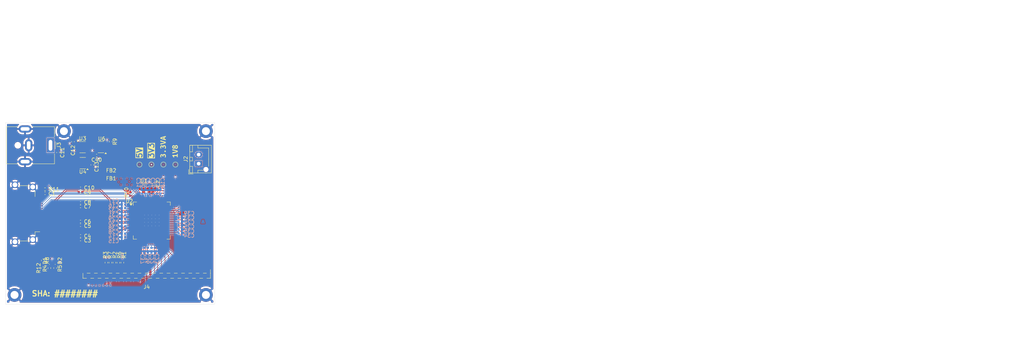
<source format=kicad_pcb>
(kicad_pcb (version 20240108) (generator "pcbnew") (generator_version "8.0")
  (title_block (title "test_project") (date "18.10.2024") (rev "1.0.0") (company "Antmicro"))
  (layers (0 "F.Cu" signal) (1 "In1.Cu" signal) (2 "In2.Cu" signal) (3 "In3.Cu" signal) (4 "In4.Cu" jumper) (5 "In5.Cu" signal) (6 "In6.Cu" signal) (31 "B.Cu" signal) (34 "B.Paste" user) (35 "F.Paste" user) (36 "B.SilkS" user "B.Silkscreen") (37 "F.SilkS" user "F.Silkscreen") (38 "B.Mask" user) (39 "F.Mask" user) (44 "Edge.Cuts" user))
  (net 0 "")
  (net 1 "+5V")
  (net 2 "GND")
  (net 3 "+1V8")
  (net 4 "/Connectors/hdmi_in.D2+")
  (net 5 "/Connectors/hdmi_in.D2-")
  (net 6 "/Connectors/hdmi_in.D1+")
  (net 7 "/Connectors/hdmi_in.D1-")
  (net 8 "/Connectors/hdmi_in.D0+")
  (net 9 "/Connectors/hdmi_in.D0-")
  (net 10 "/Connectors/hdmi_in.CK+")
  (net 11 "/Connectors/hdmi_in.CK-")
  (net 12 "+3V3")
  (net 13 "+3.3VA")
  (net 14 "Net-(D1-K)")
  (net 15 "Net-(D2-K)")
  (net 16 "/Connectors/hdmi_in.HPD")
  (net 17 "/Connectors/hdmi_in.SCL")
  (net 22 "/Connectors/hdmi_in.CEC")
  (net 23 "/Connectors/hdmi_in.SDA")
  (net 25 "/Connectors/P16")
  (net 26 "/Connectors/P6")
  (net 27 "/Connectors/SDA")
  (net 28 "/Connectors/P20")
  (net 29 "/Connectors/P9")
  (net 30 "/Connectors/LLC")
  (net 31 "/Connectors/P17")
  (net 32 "/Connectors/INT2")
  (net 33 "/Connectors/HS")
  (net 34 "/Connectors/P3")
  (net 35 "/Connectors/P2")
  (net 36 "/Connectors/P21")
  (net 37 "/Connectors/INT1")
  (net 38 "/Connectors/P18")
  (net 39 "/Connectors/P8")
  (net 40 "/Connectors/DE")
  (net 41 "/Connectors/P13")
  (net 42 "/Connectors/P22")
  (net 43 "/Connectors/P7")
  (net 44 "/Connectors/P4")
  (net 45 "/Connectors/~{RESET}")
  (net 46 "/Connectors/P12")
  (net 47 "/Connectors/VS")
  (net 48 "/Connectors/P0")
  (net 49 "/Connectors/P15")
  (net 50 "/Connectors/P1")
  (net 51 "/Connectors/P19")
  (net 52 "/Connectors/P14")
  (net 53 "/Connectors/P10")
  (net 54 "/Connectors/SCL")
  (net 55 "/Connectors/P23")
  (net 56 "/Connectors/P5")
  (net 57 "/Connectors/P11")
  (net 58 "Net-(U2-SCL)")
  (net 59 "Net-(U2-SDA)")
  (net 60 "Net-(U6-~{FLG})")
  (net 61 "Net-(U2-RXA_5V)")
  (net 62 "/Receiver/xtal_p")
  (net 64 "/Connectors/AP")
  (net 66 "/Connectors/SCLK")
  (net 68 "Net-(U3-FLAG1)")
  (net 69 "Net-(U3-FLAG3)")
  (net 71 "/Receiver/ADV7611_D2_P")
  (net 72 "/Receiver/ADV7611_D2_N")
  (net 73 "/Receiver/ADV7611_D1_P")
  (net 74 "/Receiver/ADV7611_D1_N")
  (net 75 "/Receiver/ADV7611_D0_P")
  (net 76 "/Receiver/ADV7611_D0_N")
  (net 77 "/Receiver/ADV7611_CK_P")
  (net 78 "/Receiver/ADV7611_CK_N")
  (net 79 "Net-(U4-VOUT)")
  (net 80 "Net-(U6-VOUT)")
  (footprint "Resistor_SMD:R_0402_1005Metric" (layer "F.Cu") (at 133.6 158.6 -90)
    (property "Reference" "R5")
    (property "Value" "220")
  )
  (footprint "Capacitor_SMD:C_0402_1005Metric" (layer "F.Cu") (at 140.57 145.768575)
    (property "Reference" "C6")
    (property "Value" "100n")
  )
  (footprint "kibuzzard-671B6B39" (layer "F.Cu") (at 163.3 125.2 90)
    (property "Reference" "kibuzzard-671B6B39" (hide yes))
    (property "Value" "G***" (hide yes))
  )
  (footprint "Resistor_SMD:R_0402_1005Metric" (layer "F.Cu") (at 151 157.12 90)
    (property "Reference" "R6")
    (property "Value" "0R")
  )
  (footprint "Capacitor_SMD:C_0402_1005Metric" (layer "F.Cu") (at 130.8 138)
    (property "Reference" "C1")
    (property "Value" "100n")
  )
  (footprint "MountingHole:MountingHole_2.2mm_M2_DIN965_Pad" (layer "F.Cu") (at 175.1 120.9)
    (property "Reference" "H2" (hide yes))
    (property "Value" "MountingHole_Pad")
  )
  (footprint "LED_SMD:LED_0402_1005Metric" (layer "F.Cu") (at 132 156.51 90)
    (property "Reference" "D1")
    (property "Value" "LED")
  )
  (footprint "Package_TO_SOT_SMD:SOT-23-5" (layer "F.Cu") (at 146.2 125.3 180)
    (property "Reference" "U6")
    (property "Value" "RT9742AGJ5F")
  )
  (footprint "Capacitor_SMD:C_0402_1005Metric" (layer "F.Cu") (at 140.575 137.664285)
    (property "Reference" "C9")
    (property "Value" "100n")
  )
  (footprint "Connector_JST:JST_XH_B2B-XH-AM_1x02_P2.50mm_Vertical" (layer "F.Cu") (at 173.1 129.85 90)
    (property "Reference" "J2")
    (property "Value" "Conn_01x02_Pin")
  )
  (footprint "Package_QFP:LQFP-64-1EP_10x10mm_P0.5mm_EP5x5mm" (layer "F.Cu") (at 160.2 145.525)
    (property "Reference" "U2")
    (property "Value" "ADV7611")
  )
  (footprint "Resistor_SMD:R_0402_1005Metric" (layer "F.Cu") (at 147.7 157.1 -90)
    (property "Reference" "R3")
    (property "Value" "10k")
  )
  (footprint "MountingHole:MountingHole_2.2mm_M2_DIN965_Pad" (layer "F.Cu") (at 175.1 166)
    (property "Reference" "H1" (hide yes))
    (property "Value" "MountingHole_Pad")
  )
  (footprint "Capacitor_SMD:C_0402_1005Metric" (layer "F.Cu") (at 160.7 135.4 -90)
    (property "Reference" "C2")
    (property "Value" "100n")
  )
  (footprint "Resistor_SMD:R_0402_1005Metric" (layer "F.Cu") (at 132 158.61 -90)
    (property "Reference" "R4")
    (property "Value" "330")
  )
  (footprint "Capacitor_SMD:C_0402_1005Metric" (layer "F.Cu") (at 140.58 149.75)
    (property "Reference" "C4")
    (property "Value" "100n")
  )
  (footprint "Capacitor_SMD:C_0402_1005Metric" (layer "F.Cu") (at 143.8 130.2 -90)
    (property "Reference" "C13")
    (property "Value" "100n")
  )
  (footprint "Resistor_SMD:R_0402_1005Metric" (layer "F.Cu") (at 130.8 136.9)
    (property "Reference" "R11")
    (property "Value" "100k")
  )
  (footprint "TestPoint:TestPoint_Pad_D1.0mm" (layer "F.Cu") (at 160.1 130.1 180)
    (property "Reference" "TP2" (hide yes))
    (property "Value" "TestPoint")
  )
  (footprint "Inductor_SMD:L_0402_1005Metric" (layer "F.Cu") (at 149 132.9)
    (property "Reference" "FB2")
    (property "Value" "120Z/1.2A")
  )
  (footprint "Connector_Video:HDMI_A_Amphenol_10029449-x01xLF_Horizontal" (layer "F.Cu") (at 123.425 143.525 -90)
    (property "Reference" "J1" (hide yes))
    (property "Value" "HDMI_A")
  )
  (footprint "Capacitor_SMD:C_0402_1005Metric" (layer "F.Cu") (at 140.575 140.65)
    (property "Reference" "C8")
    (property "Value" "100n")
  )
  (footprint "Oscillator:Oscillator_SMD_Abracon_ASDMB-4Pin_2.5x2.0mm" (layer "F.Cu") (at 158.7 136.8 -90)
    (property "Reference" "U1")
    (property "Value" "ASDMB-xxxMHz")
  )
  (footprint "Resistor_SMD:R_0402_1005Metric" (layer "F.Cu") (at 130.2 156.51 -90)
    (property "Reference" "R8")
    (property "Value" "220")
  )
  (footprint "Connector_PinHeader_1.00mm:PinHeader_1x35_P1.00mm_Vertical_SMD_Pin1Left" (layer "F.Cu") (at 158.8 160.7 -90)
    (property "Reference" "J4")
    (property "Value" "Conn_01x35_Pin")
  )
  (footprint "MountingHole:MountingHole_2.2mm_M2_DIN965_Pad" (layer "F.Cu") (at 122.4 166)
    (property "Reference" "H4" (hide yes))
    (property "Value" "MountingHole_Pad")
  )
  (footprint "MountingHole:MountingHole_2.2mm_M2_DIN965_Pad" (layer "F.Cu") (at 136 120.9)
    (property "Reference" "H3" (hide yes))
    (property "Value" "MountingHole_Pad")
  )
  (footprint "Capacitor_SMD:C_0402_1005Metric" (layer "F.Cu") (at 140.575 150.75)
    (property "Reference" "C3")
    (property "Value" "100n")
  )
  (footprint "Resistor_SMD:R_0402_1005Metric" (layer "F.Cu") (at 130.2 158.61 90)
    (property "Reference" "R12")
    (property "Value" "220")
  )
  (footprint "Resistor_SMD:R_0402_1005Metric" (layer "F.Cu") (at 152.1 157.1 -90)
    (property "Reference" "R1")
    (property "Value" "10k")
  )
  (footprint "Capacitor_SMD:C_0402_1005Metric" (layer "F.Cu") (at 140.565 146.79)
    (property "Reference" "C5")
    (property "Value" "100n")
  )
  (footprint "Resistor_SMD:R_0402_1005Metric" (layer "F.Cu") (at 149.9 157.1 -90)
    (property "Reference" "R2")
    (property "Value" "10k")
  )
  (footprint "Capacitor_SMD:C_0402_1005Metric" (layer "F.Cu") (at 140.57 136.65)
    (property "Reference" "C10")
    (property "Value" "100n")
  )
  (footprint "Inductor_SMD:L_0402_1005Metric" (layer "F.Cu") (at 149 135.1)
    (property "Reference" "FB1")
    (property "Value" "120Z/1.2A")
  )
  (footprint "Resistor_SMD:R_0402_1005Metric" (layer "F.Cu") (at 148.9 123.8 -90)
    (property "Reference" "R9")
    (property "Value" "100k")
  )
  (footprint "kibuzzard-671B7834" (layer "F.Cu") (at 166.6 126.45 90)
    (property "Reference" "kibuzzard-671B7834" (hide yes))
    (property "Value" "G***" (hide yes))
  )
  (footprint "Capacitor_SMD:C_0402_1005Metric" (layer "F.Cu") (at 138.5 123.8 -90)
    (property "Reference" "C12")
    (property "Value" "100n")
  )
  (footprint "Capacitor_SMD:C_0402_1005Metric" (layer "F.Cu") (at 134.4 126.8 -90)
    (property "Reference" "C11")
    (property "Value" "100n")
  )
  (footprint "LED_SMD:LED_0402_1005Metric" (layer "F.Cu") (at 133.6 156.5 90)
    (property "Reference" "D2")
    (property "Value" "LED")
  )
  (footprint "Package_TO_SOT_SMD:SOT-23-5" (layer "F.Cu") (at 141.2 129.7 180)
    (property "Reference" "U4")
    (property "Value" "AP2112K-1.8")
  )
  (footprint "Capacitor_SMD:C_0402_1005Metric" (layer "F.Cu") (at 145 127.6)
    (property "Reference" "C40")
    (property "Value" "100n")
  )
  (footprint "Resistor_SMD:R_0402_1005Metric" (layer "F.Cu") (at 148.8 157.1 90)
    (property "Reference" "R7")
    (property "Value" "0R")
  )
  (footprint "Resistor_SMD:R_0402_1005Metric" (layer "F.Cu") (at 154.3 138.2 -90)
    (property "Reference" "R10")
    (property "Value" "0R")
  )
  (footprint "Package_TO_SOT_SMD:SOT-23-6" (layer "F.Cu") (at 141.1525 125.32)
    (property "Reference" "U3")
    (property "Value" "LM3880")
  )
  (footprint "TestPoint:TestPoint_Pad_D1.0mm" (layer "F.Cu") (at 163.4 130.1 180)
    (property "Reference" "TP3" (hide yes))
    (property "Value" "TestPoint")
  )
  (footprint "Capacitor_SMD:C_0402_1005Metric" (layer "F.Cu") (at 140.57 141.642855)
    (property "Reference" "C7")
    (property "Value" "100n")
  )
  (footprint "TestPoint:TestPoint_Pad_D1.0mm" (layer "F.Cu") (at 156.8 130.1 180)
    (property "Reference" "TP4" (hide yes))
    (property "Value" "TestPoint")
  )
  (footprint "Connector_BarrelJack:BarrelJack_CUI_PJ-063AH_Horizontal" (layer "F.Cu") (at 132.3 124.8 -90)
    (property "Reference" "J3")
    (property "Value" "Barrel_Jack_MountingPin")
  )
  (footprint "TestPoint:TestPoint_Pad_D1.0mm" (layer "F.Cu") (at 166.7 130.1 180)
    (property "Reference" "TP1" (hide yes))
    (property "Value" "TestPoint")
  )
  (footprint "Capacitor_SMD:C_0402_1005Metric" (layer "B.Cu") (at 159.1 153.5 -90)
    (property "Reference" "C36")
    (property "Value" "100n")
  )
  (footprint "Capacitor_SMD:C_0402_1005Metric" (layer "B.Cu") (at 158.47 137.62 90)
    (property "Reference" "C20")
    (property "Value" "100n")
  )
  (footprint "Capacitor_SMD:C_0402_1005Metric" (layer "B.Cu") (at 160.1 153.5 -90)
    (property "Reference" "C22")
    (property "Value" "100n")
  )
  (footprint "Capacitor_SMD:C_0402_1005Metric" (layer "B.Cu") (at 168 146.8)
    (property "Reference" "C25")
    (property "Value" "10u")
  )
  (footprint "Capacitor_SMD:C_0402_1005Metric" (layer "B.Cu") (at 168 145.8)
    (property "Reference" "C24")
    (property "Value" "100n")
  )
  (footprint "Capacitor_SMD:C_0402_1005Metric" (layer "B.Cu") (at 152.4 143.1 180)
    (property "Reference" "C32")
    (property "Value" "10u")
  )
  (footprint "Capacitor_SMD:C_0402_1005Metric" (layer "B.Cu") (at 152.4 145.1 180)
    (property "Reference" "C29")
    (property "Value" "100n")
  )
  (footprint "Capacitor_SMD:C_0402_1005Metric" (layer "B.Cu") (at 161.6 137.6 90)
    (property "Reference" "C19")
    (property "Value" "10u")
  )
  (footprint "Capacitor_SMD:C_0402_1005Metric" (layer "B.Cu") (at 168 148.9)
    (property "Reference" "C34")
    (property "Value" "100n")
  )
  (footprint "Capacitor_SMD:C_0402_1005Metric" (layer "B.Cu") (at 152.4 150.1 180)
    (property "Reference" "C15")
    (property "Value" "10u")
  )
  (footprint "Capacitor_SMD:C_0402_1005Metric" (layer "B.Cu") (at 152.4 144.1 180)
    (property "Reference" "C31")
    (property "Value" "100n")
  )
  (footprint "Capacitor_SMD:C_0402_1005Metric" (layer "B.Cu") (at 152.4 141.1 180)
    (property "Reference" "C17")
    (property "Value" "10u")
  )
  (footprint "Capacitor_SMD:C_0402_1005Metric" (layer "B.Cu") (at 160.6 137.62 90)
    (property "Reference" "C26")
    (property "Value" "100n")
  )
  (footprint "Capacitor_SMD:C_0402_1005Metric" (layer "B.Cu") (at 152.4 142.1 180)
    (property "Reference" "C16")
    (property "Value" "100n")
  )
  (footprint "Capacitor_SMD:C_0402_1005Metric" (layer "B.Cu") (at 159.6 137.62 90)
    (property "Reference" "C27")
    (property "Value" "10u")
  )
  (footprint "Capacitor_SMD:C_0402_1005Metric" (layer "B.Cu") (at 152.4 147.1 180)
    (property "Reference" "C38")
    (property "Value" "100n")
  )
  (footprint "Capacitor_SMD:C_0402_1005Metric" (layer "B.Cu") (at 168 143.8)
    (property "Reference" "C39")
    (property "Value" "100n")
  )
  (footprint "Capacitor_SMD:C_0402_1005Metric" (layer "B.Cu") (at 168 147.9)
    (property "Reference" "C35")
    (property "Value" "10u")
  )
  (footprint "Capacitor_SMD:C_0402_1005Metric" (layer "B.Cu") (at 152.4 146.1 180)
    (property "Reference" "C30")
    (property "Value" "10u")
  )
  (footprint "Capacitor_SMD:C_0402_1005Metric" (layer "B.Cu") (at 168 144.8)
    (property "Reference" "C33")
    (property "Value" "10u")
  )
  (footprint "Capacitor_SMD:C_0402_1005Metric" (layer "B.Cu") (at 157.4 137.62 90)
    (property "Reference" "C21")
    (property "Value" "10u")
  )
  (footprint "Capacitor_SMD:C_0402_1005Metric" (layer "B.Cu") (at 152.4 149.1 180)
    (property "Reference" "C14")
    (property "Value" "100n")
  )
  (footprint "Capacitor_SMD:C_0402_1005Metric" (layer "B.Cu") (at 161.1 153.5 -90)
    (property "Reference" "C23")
    (property "Value" "10u")
  )
  (footprint "Capacitor_SMD:C_0402_1005Metric" (layer "B.Cu") (at 152.42 148.1 180)
    (property "Reference" "C28")
    (property "Value" "10u")
  )
  (footprint "Capacitor_SMD:C_0402_1005Metric" (layer "B.Cu") (at 158.1 153.5 -90)
    (property "Reference" "C37")
    (property "Value" "10u")
  )
  (footprint "Capacitor_SMD:C_0402_1005Metric" (layer "B.Cu") (at 162.6 137.6 90)
    (property "Reference" "C18")
    (property "Value" "100n")
  )
  (gr_poly (pts (xy 173.8 146.3) (xy 174.1 145.3) (xy 174.5 145.3) (xy 174.8 146.3)) (stroke (width 0.2)) (fill solid) (layer "B.Cu") (net 3))
  (gr_rect (start 119.925 118.525) (end 177.525 168.525) (stroke (width 0.05)) (fill none) (layer "Edge.Cuts"))
  (gr_text "SHA: ########" (at 127 166.5 0) (layer "F.SilkS") (effects (font (size 1.5 1.5) (thickness 0.3) (bold yes)) (justify left bottom)))
  (gr_text "5V" (at 157.7 128.5 90) (layer "F.SilkS" knockout) (effects (font (size 1.5 1.5) (thickness 0.3) (bold yes)) (justify left bottom)))
  (gr_text "3V3" (at 160.966666 128.5 90) (layer "F.SilkS" knockout) (effects (font (size 1.5 1.5) (thickness 0.3) (bold yes)) (justify left bottom)))
  (gr_text_box "TEXT BOX" (start 171.6 138.7) (end 175.9 142.1) (layer "F.Cu") (effects (font (size 0.7 0.7) (thickness 0.0875)) (justify left top)) (border yes) (stroke (width 0.2) (type dash)))
  (segment (start 129.45 156.25) (end 129.7 156) (width 0.15) (layer "F.Cu") (net 0))
  (segment (start 129.645 159.12) (end 129.45 158.925) (width 0.15) (layer "F.Cu") (net 0))
  (segment (start 129.45 158.925) (end 129.45 156.25) (width 0.15) (layer "F.Cu") (net 0))
  (segment (start 130.2 157.02) (end 130.2 158.1) (width 0.15) (layer "F.Cu") (net 0))
  (segment (start 130.2 159.12) (end 129.645 159.12) (width 0.15) (layer "F.Cu") (net 0))
  (segment (start 129.7 156) (end 130.2 156) (width 0.15) (layer "F.Cu") (net 0))
  (segment (start 126.9 139.6) (end 127.075 139.775) (width 0.15) (layer "F.Cu") (net 1))
  (segment (start 129.725 139.775) (end 130.3 139.2) (width 0.15) (layer "F.Cu") (net 1))
  (segment (start 154.3 137.69) (end 154.3 137.1) (width 0.15) (layer "F.Cu") (net 1))
  (segment (start 129.8 136) (end 126.9 138.9) (width 0.15) (layer "F.Cu") (net 1))
  (segment (start 126.9 138.9) (end 126.9 139.6) (width 0.15) (layer "F.Cu") (net 1))
  (segment (start 131.9 136) (end 129.8 136) (width 0.15) (layer "F.Cu") (net 1))
  (segment (start 130.29 136.9) (end 130.29 137.97) (width 0.15) (layer "F.Cu") (net 1))
  (segment (start 128.425 139.775) (end 129.725 139.775) (width 0.15) (layer "F.Cu") (net 1))
  (segment (start 127.075 139.775) (end 128.425 139.775) (width 0.15) (layer "F.Cu") (net 1))
  (segment (start 130.3 139.2) (end 130.3 138.02) (width 0.15) (layer "F.Cu") (net 1))
  (via (at 156.8 130.1) (size 0.45) (drill 0.1) (layers "F.Cu" "B.Cu") (net 1))
  (via (at 131.9 136) (size 0.45) (drill 0.1) (layers "F.Cu" "B.Cu") (net 1))
  (via (at 154.3 137.1) (size 0.45) (drill 0.1) (layers "F.Cu" "B.Cu") (net 1))
  (segment (start 133 137.1) (end 154.3 137.1) (width 0.15) (layer "B.Cu") (net 1))
  (segment (start 131.9 136) (end 133 137.1) (width 0.15) (layer "B.Cu") (net 1))
  (segment (start 131.28 138) (end 131.9 138) (width 0.15) (layer "F.Cu") (net 2))
  (segment (start 129.923958 140.275) (end 129.999479 140.199479) (width 0.15) (layer "F.Cu") (net 2))
  (segment (start 128.425 140.275) (end 129.923958 140.275) (width 0.15) (layer "F.Cu") (net 2))
  (via (at 159.2 146) (size 0.45) (drill 0.1) (layers "F.Cu" "B.Cu") (net 2))
  (via (at 161.2 145) (size 0.45) (drill 0.1) (layers "F.Cu" "B.Cu") (net 2))
  (via (at 160.2 146) (size 0.45) (drill 0.1) (layers "F.Cu" "B.Cu") (net 2))
  (via (at 162.2 144) (size 0.45) (drill 0.1) (layers "F.Cu" "B.Cu") (net 2))
  (via (at 161.2 146) (size 0.45) (drill 0.1) (layers "F.Cu" "B.Cu") (net 2))
  (via (at 162.2 147) (size 0.45) (drill 0.1) (layers "F.Cu" "B.Cu") (net 2))
  (via (at 159.2 147) (size 0.45) (drill 0.1) (layers "F.Cu" "B.Cu") (net 2))
  (via (at 159.2 145) (size 0.45) (drill 0.1) (layers "F.Cu" "B.Cu") (net 2))
  (via (at 161.2 147) (size 0.45) (drill 0.1) (layers "F.Cu" "B.Cu") (net 2))
  (via (at 161.2 144) (size 0.45) (drill 0.1) (layers "F.Cu" "B.Cu") (net 2))
  (via (at 160.2 145) (size 0.45) (drill 0.1) (layers "F.Cu" "B.Cu") (net 2))
  (via (at 158.2 145) (size 0.45) (drill 0.1) (layers "F.Cu" "B.Cu") (net 2))
  (via (at 158.2 147) (size 0.45) (drill 0.1) (layers "F.Cu" "B.Cu") (net 2))
  (via (at 158.2 144) (size 0.45) (drill 0.1) (layers "F.Cu" "B.Cu") (net 2))
  (via (at 160.2 144) (size 0.45) (drill 0.1) (layers "F.Cu" "B.Cu") (net 2))
  (via (at 162.2 145) (size 0.45) (drill 0.1) (layers "F.Cu" "B.Cu") (net 2))
  (via (at 131.9 138) (size 0.45) (drill 0.1) (layers "F.Cu" "B.Cu") (net 2))
  (via (at 160.2 147) (size 0.45) (drill 0.1) (layers "F.Cu" "B.Cu") (net 2))
  (via (at 129.999479 140.199479) (size 0.45) (drill 0.1) (layers "F.Cu" "B.Cu") (net 2))
  (via (at 159.2 144) (size 0.45) (drill 0.1) (layers "F.Cu" "B.Cu") (net 2))
  (via (at 162.2 146) (size 0.45) (drill 0.1) (layers "F.Cu" "B.Cu") (net 2))
  (via (at 158.2 146) (size 0.45) (drill 0.1) (layers "F.Cu" "B.Cu") (net 2))
  (segment (start 158.5 138.7) (end 158.45 138.75) (width 0.15) (layer "F.Cu") (net 3))
  (segment (start 134.9 157) (end 134.9 156.2) (width 0.3) (layer "F.Cu") (net 3))
  (segment (start 165.875 145.775) (end 166.875 145.775) (width 0.15) (layer "F.Cu") (net 3))
  (segment (start 159.475 135.975) (end 159.475 134.922986) (width 0.3) (layer "F.Cu") (net 3))
  (segment (start 134.715 156.015) (end 133.6 156.015) (width 0.3) (layer "F.Cu") (net 3))
  (segment (start 159.95 152.2) (end 159.95 151.2) (width 0.15) (layer "F.Cu") (net 3))
  (segment (start 159.475 135.975) (end 160.605 135.975) (width 0.3) (layer "F.Cu") (net 3))
  (segment (start 154.525 148.275) (end 153.625 148.275) (width 0.15) (layer "F.Cu") (net 3))
  (segment (start 150.9 135.1) (end 151.1 134.9) (width 0.3) (layer "F.Cu") (net 3))
  (segment (start 158.45 138.75) (end 158.45 139.85) (width 0.15) (layer "F.Cu") (net 3))
  (segment (start 166.875 145.775) (end 166.9 145.8) (width 0.15) (layer "F.Cu") (net 3))
  (segment (start 162.627756 138.680239) (end 162.45 138.857995) (width 0.15) (layer "F.Cu") (net 3))
  (segment (start 153.625 148.275) (end 153.6 148.3) (width 0.15) (layer "F.Cu") (net 3))
  (segment (start 159.475 134.922986) (end 159.450359 134.898345) (width 0.3) (layer "F.Cu") (net 3))
  (segment (start 134.9 156.2) (end 134.715 156.015) (width 0.3) (layer "F.Cu") (net 3))
  (segment (start 159.95 138.7) (end 159.95 139.85) (width 0.15) (layer "F.Cu") (net 3))
  (segment (start 166.7 130.1) (end 166.7 133.5) (width 0.3) (layer "F.Cu") (net 3))
  (segment (start 149.485 135.1) (end 150.9 135.1) (width 0.3) (layer "F.Cu") (net 3))
  (segment (start 153.6 142.275) (end 154.525 142.275) (width 0.15) (layer "F.Cu") (net 3))
  (segment (start 162.45 138.857995) (end 162.45 139.85) (width 0.15) (layer "F.Cu") (net 3))
  (via (at 153.6 142.275) (size 0.45) (drill 0.1) (layers "F.Cu" "B.Cu") (net 3))
  (via (at 134.9 157) (size 0.6) (drill 0.35) (layers "F.Cu" "B.Cu") (net 3))
  (via (at 153.6 148.3) (size 0.45) (drill 0.1) (layers "F.Cu" "B.Cu") (net 3))
  (via (at 166.7 130.1) (size 0.45) (drill 0.1) (layers "F.Cu" "B.Cu") (net 3))
  (via (at 159.450359 134.898345) (size 0.6) (drill 0.35) (layers "F.Cu" "B.Cu") (net 3))
  (via (at 159.95 138.7) (size 0.45) (drill 0.1) (layers "F.Cu" "B.Cu") (net 3))
  (via (at 174.3 145.8) (size 0.45) (drill 0.1) (layers "F.Cu" "B.Cu") (net 3))
  (via (at 159.95 152.2) (size 0.45) (drill 0.1) (layers "F.Cu" "B.Cu") (net 3))
  (via (at 162.627756 138.680239) (size 0.45) (drill 0.1) (layers "F.Cu" "B.Cu") (net 3))
  (via (at 166.7 133.5) (size 0.6) (drill 0.35) (layers "F.Cu" "B.Cu") (net 3))
  (via (at 151.1 134.9) (size 0.45) (drill 0.1) (layers "F.Cu" "B.Cu") (net 3))
  (via (at 158.5 138.7) (size 0.45) (drill 0.1) (layers "F.Cu" "B.Cu") (net 3))
  (via (at 151.7 134) (size 0.45) (drill 0.1) (layers "F.Cu" "B.Cu") (net 3))
  (via (at 150.5 134) (size 0.45) (drill 0.1) (layers "F.Cu" "B.Cu") (net 3))
  (via (at 166.9 145.8) (size 0.45) (drill 0.1) (layers "F.Cu" "B.Cu") (net 3))
  (via (at 151.7 135.7) (size 0.45) (drill 0.1) (layers "F.Cu" "B.Cu") (net 3))
  (segment (start 159.8 138.7) (end 159.6 138.5) (width 0.15) (layer "B.Cu") (net 3))
  (segment (start 153.6 142.275) (end 153.055 142.275) (width 0.15) (layer "B.Cu") (net 3))
  (segment (start 153.6 148.38) (end 152.88 149.1) (width 0.15) (layer "B.Cu") (net 3))
  (segment (start 162.627756 138.680239) (end 162.6 138.652483) (width 0.15) (layer "B.Cu") (net 3))
  (segment (start 159.95 152.2) (end 160.1 152.35) (width 0.15) (layer "B.Cu") (net 3))
  (segment (start 167.52 145.8) (end 167.52 146.8) (width 0.15) (layer "B.Cu") (net 3))
  (segment (start 159.6 138.5) (end 159.6 138.1) (width 0.15) (layer "B.Cu") (net 3))
  (segment (start 166.9 145.8) (end 167.52 145.8) (width 0.15) (layer "B.Cu") (net 3))
  (segment (start 162.6 138.08) (end 161.6 138.08) (width 0.15) (layer "B.Cu") (net 3))
  (segment (start 152.88 142.1) (end 152.88 141.1) (width 0.15) (layer "B.Cu") (net 3))
  (segment (start 160.1 152.35) (end 160.1 153.02) (width 0.15) (layer "B.Cu") (net 3))
  (segment (start 160.1 153.02) (end 161.1 153.02) (width 0.15) (layer "B.Cu") (net 3))
  (segment (start 152.88 149.1) (end 152.88 150.1) (width 0.15) (layer "B.Cu") (net 3))
  (segment (start 158.47 138.1) (end 157.4 138.1) (width 0.15) (layer "B.Cu") (net 3))
  (segment (start 158.5 138.7) (end 158.5 138.13) (width 0.15) (layer "B.Cu") (net 3))
  (segment (start 159.6 138.1) (end 160.6 138.1) (width 0.15) (layer "B.Cu") (net 3))
  (segment (start 162.6 138.652483) (end 162.6 138.08) (width 0.15) (layer "B.Cu") (net 3))
  (segment (start 153.6 148.3) (end 153.6 148.38) (width 0.15) (layer "B.Cu") (net 3))
  (segment (start 159.95 138.7) (end 159.8 138.7) (width 0.15) (layer "B.Cu") (net 3))
  (segment (start 137.843643 150.878334) (end 137.843643 150.6885) (width 0.2) (layer "F.Cu") (net 4))
  (segment (start 135.663643 150.878315) (end 135.663643 150.6885) (width 0.2) (layer "F.Cu") (net 4))
  (segment (start 138.054642 150.477501) (end 139.822501 150.477501) (width 0.2) (layer "F.Cu") (net 4))
  (segment (start 134.123641 150.6885) (end 134.123641 150.878315) (width 0.2) (layer "F.Cu") (net 4))
  (segment (start 136.303641 150.6885) (end 136.303641 150.878334) (width 0.2) (layer "F.Cu") (net 4))
  (segment (start 133.159301 150.477501) (end 133.912642 150.477501) (width 0.2) (layer "F.Cu") (net 4))
  (segment (start 128.425 148.275) (end 129.850001 148.275) (width 0.2) (layer "F.Cu") (net 4))
  (segment (start 130.6818 148) (end 133.159301 150.477501) (width 0.2) (layer "F.Cu") (net 4))
  (segment (start 136.964642 151.539335) (end 137.182642 151.539335) (width 0.2) (layer "F.Cu") (net 4))
  (segment (start 130.125001 148) (end 130.6818 148) (width 0.2) (layer "F.Cu") (net 4))
  (segment (start 134.784642 151.539316) (end 135.002642 151.539316) (width 0.2) (layer "F.Cu") (net 4))
  (segment (start 135.874642 150.477501) (end 136.092642 150.477501) (width 0.2) (layer "F.Cu") (net 4))
  (segment (start 129.850001 148.275) (end 130.125001 148) (width 0.2) (layer "F.Cu") (net 4))
  (segment (start 139.822501 150.477501) (end 140.095 150.75) (width 0.2) (layer "F.Cu") (net 4))
  (arc (start 133.912642 150.477501) (mid 134.061841 150.539301) (end 134.123641 150.6885) (width 0.2) (layer "F.Cu") (net 4))
  (arc (start 134.123641 150.878315) (mid 134.317244 151.345713) (end 134.784642 151.539316) (width 0.2) (layer "F.Cu") (net 4))
  (arc (start 137.843643 150.6885) (mid 137.905443 150.539301) (end 138.054642 150.477501) (width 0.2) (layer "F.Cu") (net 4))
  (arc (start 136.092642 150.477501) (mid 136.241841 150.539301) (end 136.303641 150.6885) (width 0.2) (layer "F.Cu") (net 4))
  (arc (start 137.182642 151.539335) (mid 137.65004 151.345732) (end 137.843643 150.878334) (width 0.2) (layer "F.Cu") (net 4))
  (arc (start 135.002642 151.539316) (mid 135.47004 151.345713) (end 135.663643 150.878315) (width 0.2) (layer "F.Cu") (net 4))
  (arc (start 135.663643 150.6885) (mid 135.725443 150.539301) (end 135.874642 150.477501) (width 0.2) (layer "F.Cu") (net 4))
  (arc (start 136.303641 150.878334) (mid 136.497244 151.345732) (end 136.964642 151.539335) (width 0.2) (layer "F.Cu") (net 4))
  (segment (start 136.753643 150.6885) (end 136.753643 150.878334) (width 0.2) (layer "F.Cu") (net 5))
  (segment (start 128.425 147.275) (end 129.850001 147.275) (width 0.2) (layer "F.Cu") (net 5))
  (segment (start 130.8682 147.55) (end 133.345699 150.027499) (width 0.2) (layer "F.Cu") (net 5))
  (segment (start 136.964642 151.089333) (end 137.182642 151.089333) (width 0.2) (layer "F.Cu") (net 5))
  (segment (start 138.054642 150.027499) (end 139.822501 150.027499) (width 0.2) (layer "F.Cu") (net 5))
  (segment (start 129.850001 147.275) (end 130.125001 147.55) (width 0.2) (layer "F.Cu") (net 5))
  (segment (start 134.784642 151.089314) (end 135.002642 151.089314) (width 0.2) (layer "F.Cu") (net 5))
  (segment (start 137.393641 150.878334) (end 137.393641 150.6885) (width 0.2) (layer "F.Cu") (net 5))
  (segment (start 139.822501 150.027499) (end 140.1 149.75) (width 0.2) (layer "F.Cu") (net 5))
  (segment (start 130.125001 147.55) (end 130.8682 147.55) (width 0.2) (layer "F.Cu") (net 5))
  (segment (start 135.874642 150.027499) (end 136.092642 150.027499) (width 0.2) (layer "F.Cu") (net 5))
  (segment (start 135.213641 150.878315) (end 135.213641 150.6885) (width 0.2) (layer "F.Cu") (net 5))
  (segment (start 133.345699 150.027499) (end 133.912642 150.027499) (width 0.2) (layer "F.Cu") (net 5))
  (segment (start 134.573643 150.6885) (end 134.573643 150.878315) (width 0.2) (layer "F.Cu") (net 5))
  (arc (start 136.092642 150.027499) (mid 136.56004 150.221102) (end 136.753643 150.6885) (width 0.2) (layer "F.Cu") (net 5))
  (arc (start 135.002642 151.089314) (mid 135.151841 151.027514) (end 135.213641 150.878315) (width 0.2) (layer "F.Cu") (net 5))
  (arc (start 135.213641 150.6885) (mid 135.407244 150.221102) (end 135.874642 150.027499) (width 0.2) (layer "F.Cu") (net 5))
  (arc (start 133.912642 150.027499) (mid 134.38004 150.221102) (end 134.573643 150.6885) (width 0.2) (layer "F.Cu") (net 5))
  (arc (start 134.573643 150.878315) (mid 134.635443 151.027514) (end 134.784642 151.089314) (width 0.2) (layer "F.Cu") (net 5))
  (arc (start 136.753643 150.878334) (mid 136.815443 151.027533) (end 136.964642 151.089333) (width 0.2) (layer "F.Cu") (net 5))
  (arc (start 137.182642 151.089333) (mid 137.331841 151.027533) (end 137.393641 150.878334) (width 0.2) (layer "F.Cu") (net 5))
  (arc (start 137.393641 150.6885) (mid 137.587244 150.221102) (end 138.054642 150.027499) (width 0.2) (layer "F.Cu") (net 5))
  (segment (start 135.252 146.5) (end 135.55 146.5) (width 0.2) (layer "F.Cu") (net 6))
  (segment (start 134.881 147.135341) (end 134.881 146.871) (width 0.2) (layer "F.Cu") (net 6))
  (segment (start 138.232 146.5) (end 138.53 146.5) (width 0.2) (layer "F.Cu") (net 6))
  (segment (start 133.762 147.956341) (end 134.06 147.956341) (width 0.2) (layer "F.Cu") (net 6))
  (segment (start 138.53 146.5) (end 138.55 146.5) (width 0.2) (layer "F.Cu") (net 6))
  (segment (start 130.125001 146.5) (end 132.57 146.5) (width 0.2) (layer "F.Cu") (net 6))
  (segment (start 137.861 147.135341) (end 137.861 146.871) (width 0.2) (layer "F.Cu") (net 6))
  (segment (start 138.6 146.506788) (end 139.801788 146.506788) (width 0.2) (layer "F.Cu") (net 6))
  (segment (start 136.742 147.956341) (end 137.04 147.956341) (width 0.2) (layer "F.Cu") (net 6))
  (segment (start 128.425 146.775) (end 129.850001 146.775) (width 0.2) (layer "F.Cu") (net 6))
  (segment (start 138.556788 146.506788) (end 138.6 146.506788) (width 0.2) (layer "F.Cu") (net 6))
  (segment (start 129.850001 146.775) (end 130.125001 146.5) (width 0.2) (layer "F.Cu") (net 6))
  (segment (start 135.921 146.871) (end 135.921 147.135341) (width 0.2) (layer "F.Cu") (net 6))
  (segment (start 139.801788 146.506788) (end 140.085 146.79) (width 0.2) (layer "F.Cu") (net 6))
  (segment (start 132.941 146.871) (end 132.941 147.135341) (width 0.2) (layer "F.Cu") (net 6))
  (segment (start 138.55 146.5) (end 138.556788 146.506788) (width 0.2) (layer "F.Cu") (net 6))
  (arc (start 134.881 146.871) (mid 134.989663 146.608663) (end 135.252 146.5) (width 0.2) (layer "F.Cu") (net 6))
  (arc (start 132.57 146.5) (mid 132.832337 146.608663) (end 132.941 146.871) (width 0.2) (layer "F.Cu") (net 6))
  (arc (start 134.06 147.956341) (mid 134.640535 147.715876) (end 134.881 147.135341) (width 0.2) (layer "F.Cu") (net 6))
  (arc (start 132.941 147.135341) (mid 133.181465 147.715876) (end 133.762 147.956341) (width 0.2) (layer "F.Cu") (net 6))
  (arc (start 137.04 147.956341) (mid 137.620535 147.715876) (end 137.861 147.135341) (width 0.2) (layer "F.Cu") (net 6))
  (arc (start 137.861 146.871) (mid 137.969663 146.608663) (end 138.232 146.5) (width 0.2) (layer "F.Cu") (net 6))
  (arc (start 135.55 146.5) (mid 135.812337 146.608663) (end 135.921 146.871) (width 0.2) (layer "F.Cu") (net 6))
  (arc (start 135.921 147.135341) (mid 136.161465 147.715876) (end 136.742 147.956341) (width 0.2) (layer "F.Cu") (net 6))
  (segment (start 130.125001 146.05) (end 132.57 146.05) (width 0.2) (layer "F.Cu") (net 7))
  (segment (start 129.850001 145.775) (end 130.125001 146.05) (width 0.2) (layer "F.Cu") (net 7))
  (segment (start 138.722206 146.05) (end 138.728993 146.056787) (width 0.2) (layer "F.Cu") (net 7))
  (segment (start 137.411 147.135341) (end 137.411 146.871) (width 0.2) (layer "F.Cu") (net 7))
  (segment (start 136.742 147.506341) (end 137.04 147.506341) (width 0.2) (layer "F.Cu") (net 7))
  (segment (start 138.6 146.05) (end 138.722206 146.05) (width 0.2) (layer "F.Cu") (net 7))
  (segment (start 128.425 145.775) (end 129.850001 145.775) (width 0.2) (layer "F.Cu") (net 7))
  (segment (start 138.53 146.05) (end 138.6 146.05) (width 0.2) (layer "F.Cu") (net 7))
  (segment (start 138.232 146.05) (end 138.53 146.05) (width 0.2) (layer "F.Cu") (net 7))
  (segment (start 133.762 147.506341) (end 134.06 147.506341) (width 0.2) (layer "F.Cu") (net 7))
  (segment (start 135.252 146.05) (end 135.55 146.05) (width 0.2) (layer "F.Cu") (net 7))
  (segment (start 133.391 146.871) (end 133.391 147.135341) (width 0.2) (layer "F.Cu") (net 7))
  (segment (start 138.728993 146.056787) (end 139.801788 146.056787) (width 0.2) (layer "F.Cu") (net 7))
  (segment (start 136.371 146.871) (end 136.371 147.135341) (width 0.2) (layer "F.Cu") (net 7))
  (segment (start 139.801788 146.056787) (end 140.09 145.768575) (width 0.2) (layer "F.Cu") (net 7))
  (segment (start 134.431 147.135341) (end 134.431 146.871) (width 0.2) (layer "F.Cu") (net 7))
  (arc (start 133.391 147.135341) (mid 133.499663 147.397678) (end 133.762 147.506341) (width 0.2) (layer "F.Cu") (net 7))
  (arc (start 137.04 147.506341) (mid 137.302337 147.397678) (end 137.411 147.135341) (width 0.2) (layer "F.Cu") (net 7))
  (arc (start 132.57 146.05) (mid 133.150535 146.290465) (end 133.391 146.871) (width 0.2) (layer "F.Cu") (net 7))
  (arc (start 134.431 146.871) (mid 134.671465 146.290465) (end 135.252 146.05) (width 0.2) (layer "F.Cu") (net 7))
  (arc (start 134.06 147.506341) (mid 134.322337 147.397678) (end 134.431 147.135341) (width 0.2) (layer "F.Cu") (net 7))
  (arc (start 136.371 147.135341) (mid 136.479663 147.397678) (end 136.742 147.506341) (width 0.2) (layer "F.Cu") (net 7))
  (arc (start 137.411 146.871) (mid 137.651465 146.290465) (end 138.232 146.05) (width 0.2) (layer "F.Cu") (net 7))
  (arc (start 135.55 146.05) (mid 136.130535 146.290465) (end 136.371 146.871) (width 0.2) (layer "F.Cu") (net 7))
  (segment (start 139.821073 141.373928) (end 140.09 141.642855) (width 0.2) (layer "F.Cu") (net 8))
  (segment (start 129.850001 145.275) (end 130.125001 145) (width 0.2) (layer "F.Cu") (net 8))
  (segment (start 134.944585 143.355419) (end 134.944583 143.355417) (width 0.2) (layer "F.Cu") (net 8))
  (segment (start 134.944583 143.355417) (end 135.082742 143.493577) (width 0.2) (layer "F.Cu") (net 8))
  (segment (start 136.34493 142.273269) (end 137.244273 141.373928) (width 0.2) (layer "F.Cu") (net 8))
  (segment (start 137.244273 141.373928) (end 139.821073 141.373928) (width 0.2) (layer "F.Cu") (net 8))
  (segment (start 136.15456 143.652676) (end 136.34493 143.462305) (width 0.2) (layer "F.Cu") (net 8))
  (segment (start 134.647313 143.058147) (end 134.944585 143.355419) (width 0.2) (layer "F.Cu") (net 8))
  (segment (start 134.163939 143.265175) (end 134.370967 143.058148) (width 0.2) (layer "F.Cu") (net 8))
  (segment (start 128.425 145.275) (end 129.850001 145.275) (width 0.2) (layer "F.Cu") (net 8))
  (segment (start 133.618201 145) (end 134.163938 144.454263) (width 0.2) (layer "F.Cu") (net 8))
  (segment (start 130.125001 145) (end 133.618201 145) (width 0.2) (layer "F.Cu") (net 8))
  (segment (start 135.082742 143.493577) (end 135.241842 143.652676) (width 0.2) (layer "F.Cu") (net 8))
  (arc (start 134.163939 143.541519) (mid 134.106705 143.403348) (end 134.163939 143.265175) (width 0.2) (layer "F.Cu") (net 8))
  (arc (start 136.34493 142.549588) (mid 136.287702 142.411429) (end 136.34493 142.273269) (width 0.2) (layer "F.Cu") (net 8))
  (arc (start 136.34493 143.462305) (mid 136.53396 143.005946) (end 136.34493 142.549588) (width 0.2) (layer "F.Cu") (net 8))
  (arc (start 134.370967 143.058148) (mid 134.50914 143.000915) (end 134.647313 143.058147) (width 0.2) (layer "F.Cu") (net 8))
  (arc (start 135.241842 143.652676) (mid 135.698201 143.841706) (end 136.15456 143.652676) (width 0.2) (layer "F.Cu") (net 8))
  (arc (start 134.163938 144.454263) (mid 134.352973 143.997892) (end 134.163939 143.541519) (width 0.2) (layer "F.Cu") (net 8))
  (segment (start 137.057874 140.923927) (end 139.821073 140.923927) (width 0.2) (layer "F.Cu") (net 9))
  (segment (start 136.02673 141.955069) (end 137.057874 140.923927) (width 0.2) (layer "F.Cu") (net 9))
  (segment (start 129.850001 144.275) (end 130.125001 144.55) (width 0.2) (layer "F.Cu") (net 9))
  (segment (start 133.845738 144.136063) (end 133.845739 144.136064) (width 0.2) (layer "F.Cu") (net 9))
  (segment (start 134.965513 142.739947) (end 135.262785 143.037219) (width 0.2) (layer "F.Cu") (net 9))
  (segment (start 133.845739 142.946976) (end 134.052769 142.739947) (width 0.2) (layer "F.Cu") (net 9))
  (segment (start 135.400942 143.175377) (end 135.560041 143.334477) (width 0.2) (layer "F.Cu") (net 9))
  (segment (start 130.125001 144.55) (end 133.431801 144.55) (width 0.2) (layer "F.Cu") (net 9))
  (segment (start 128.425 144.275) (end 129.850001 144.275) (width 0.2) (layer "F.Cu") (net 9))
  (segment (start 139.821073 140.923927) (end 140.095 140.65) (width 0.2) (layer "F.Cu") (net 9))
  (segment (start 135.83636 143.334477) (end 136.02673 143.144106) (width 0.2) (layer "F.Cu") (net 9))
  (segment (start 133.431801 144.55) (end 133.845738 144.136063) (width 0.2) (layer "F.Cu") (net 9))
  (segment (start 135.262785 143.037219) (end 135.262782 143.037218) (width 0.2) (layer "F.Cu") (net 9))
  (segment (start 135.262782 143.037218) (end 135.400942 143.175377) (width 0.2) (layer "F.Cu") (net 9))
  (arc (start 135.560041 143.334477) (mid 135.698201 143.391704) (end 135.83636 143.334477) (width 0.2) (layer "F.Cu") (net 9))
  (arc (start 136.02673 143.144106) (mid 136.083958 143.005946) (end 136.02673 142.867787) (width 0.2) (layer "F.Cu") (net 9))
  (arc (start 136.02673 142.867787) (mid 135.8377 142.411428) (end 136.02673 141.955069) (width 0.2) (layer "F.Cu") (net 9))
  (arc (start 134.052769 142.739947) (mid 134.50914 142.550913) (end 134.965513 142.739947) (width 0.2) (layer "F.Cu") (net 9))
  (arc (start 133.84574 143.859718) (mid 133.656704 143.403347) (end 133.845739 142.946976) (width 0.2) (layer "F.Cu") (net 9))
  (arc (start 133.845739 144.136064) (mid 133.902973 143.997891) (end 133.84574 143.859718) (width 0.2) (layer "F.Cu") (net 9))
  (segment (start 129.850001 143.775) (end 130.125001 143.5) (width 0.2) (layer "F.Cu") (net 10))
  (segment (start 130.125001 143.5) (end 131.222584 143.5) (width 0.2) (layer "F.Cu") (net 10))
  (segment (start 131.840895 142.411703) (end 131.840895 142.177306) (width 0.2) (layer "F.Cu") (net 10))
  (segment (start 132.978924 141.492435) (end 133.176608 141.29475) (width 0.2) (layer "F.Cu") (net 10))
  (segment (start 139.810358 137.379643) (end 140.095 137.664285) (width 0.2) (layer "F.Cu") (net 10))
  (segment (start 133.374294 140.643906) (end 136.638558 137.379643) (width 0.2) (layer "F.Cu") (net 10))
  (segment (start 131.840895 142.177306) (end 132.525766 141.492435) (width 0.2) (layer "F.Cu") (net 10))
  (segment (start 131.840895 142.881689) (end 131.840895 142.177305) (width 0.2) (layer "F.Cu") (net 10))
  (segment (start 131.840895 142.177305) (end 131.840895 142.411703) (width 0.2) (layer "F.Cu") (net 10))
  (segment (start 128.425 143.775) (end 129.850001 143.775) (width 0.2) (layer "F.Cu") (net 10))
  (segment (start 136.638558 137.379643) (end 139.810358 137.379643) (width 0.2) (layer "F.Cu") (net 10))
  (segment (start 131.222584 143.5) (end 131.840895 142.881689) (width 0.2) (layer "F.Cu") (net 10))
  (segment (start 133.176608 140.84159) (end 133.374294 140.643906) (width 0.2) (layer "F.Cu") (net 10))
  (arc (start 133.176608 141.29475) (mid 133.223534 141.18146) (end 133.176608 141.06817) (width 0.2) (layer "F.Cu") (net 10))
  (arc (start 133.176608 141.06817) (mid 133.129682 140.95488) (end 133.176608 140.84159) (width 0.2) (layer "F.Cu") (net 10))
  (arc (start 132.752345 141.492435) (mid 132.865635 141.539361) (end 132.978924 141.492435) (width 0.2) (layer "F.Cu") (net 10))
  (arc (start 132.525766 141.492435) (mid 132.639055 141.445509) (end 132.752345 141.492435) (width 0.2) (layer "F.Cu") (net 10))
  (segment (start 131.390895 142.411703) (end 131.390895 141.990905) (width 0.2) (layer "F.Cu") (net 11))
  (segment (start 129.850001 142.775) (end 130.125001 143.05) (width 0.2) (layer "F.Cu") (net 11))
  (segment (start 131.036184 143.05) (end 131.390895 142.695289) (width 0.2) (layer "F.Cu") (net 11))
  (segment (start 136.452159 136.929642) (end 131.390895 141.990906) (width 0.2) (layer "F.Cu") (net 11))
  (segment (start 136.452159 136.929642) (end 139.810358 136.929642) (width 0.2) (layer "F.Cu") (net 11))
  (segment (start 128.425 142.775) (end 129.850001 142.775) (width 0.2) (layer "F.Cu") (net 11))
  (segment (start 139.810358 136.929642) (end 140.09 136.65) (width 0.2) (layer "F.Cu") (net 11))
  (segment (start 131.390895 141.990906) (end 131.390895 142.411703) (width 0.2) (layer "F.Cu") (net 11))
  (segment (start 131.390895 142.695289) (end 131.390895 141.990905) (width 0.2) (layer "F.Cu") (net 11))
  (segment (start 130.125001 143.05) (end 131.036184 143.05) (width 0.2) (layer "F.Cu") (net 11))
  (segment (start 138.83 126.27) (end 138.8 126.3) (width 0.3) (layer "F.Cu") (net 12))
  (segment (start 143.8 130.68) (end 144.68 130.68) (width 0.3) (layer "F.Cu") (net 12))
  (segment (start 144.68 130.68) (end 144.7 130.7) (width 0.3) (layer "F.Cu") (net 12))
  (segment (start 145.48 128.38) (end 145.48 127.6) (width 0.3) (layer "F.Cu") (net 12))
  (segment (start 142.3375 130.65) (end 143.67 130.65) (width 0.3) (layer "F.Cu") (net 12))
  (segment (start 137.62 124.28) (end 138.5 124.28) (width 0.3) (layer "F.Cu") (net 12))
  (segment (start 140.015 126.27) (end 138.83 126.27) (width 0.3) (layer "F.Cu") (net 12))
  (segment (start 143.85 126.25) (end 145.0625 126.25) (width 0.3) (layer "F.Cu") (net 12))
  (segment (start 135.2 126.32) (end 134.4 126.32) (width 0.3) (layer "F.Cu") (net 12))
  (segment (start 147.9 123.3) (end 147.91 123.29) (width 0.3) (layer "F.Cu") (net 12))
  (segment (start 145.5 128.4) (end 145.48 128.38) (width 0.3) (layer "F.Cu") (net 12))
  (segment (start 147.91 123.29) (end 148.9 123.29) (width 0.3) (layer "F.Cu") (net 12))
  (segment (start 140.015 124.37) (end 140.015 123.515) (width 0.3) (layer "F.Cu") (net 12))
  (segment (start 140.015 123.515) (end 140 123.5) (width 0.3) (layer "F.Cu") (net 12))
  (segment (start 142.8 161.575) (end 142.8 163.3) (width 0.3) (layer "F.Cu") (net 12))
  (via (at 145.5 128.4) (size 0.6) (drill 0.35) (layers "F.Cu" "B.Cu") (net 12))
  (via (at 142.8 163.3) (size 0.6) (drill 0.35) (layers "F.Cu" "B.Cu") (net 12))
  (via (at 147.9 123.3) (size 0.6) (drill 0.35) (layers "F.Cu" "B.Cu") (net 12))
  (via (at 135.2 126.32) (size 0.6) (drill 0.35) (layers "F.Cu" "B.Cu") (net 12))
  (via (at 144.7 130.7) (size 0.6) (drill 0.35) (layers "F.Cu" "B.Cu") (net 12))
  (via (at 138.8 126.3) (size 0.6) (drill 0.35) (layers "F.Cu" "B.Cu") (net 12))
  (via (at 137.62 124.28) (size 0.6) (drill 0.35) (layers "F.Cu" "B.Cu") (net 12))
  (via (at 143.85 126.25) (size 0.6) (drill 0.35) (layers "F.Cu" "B.Cu") (net 12))
  (via (at 160.1 130.1) (size 0.6) (drill 0.35) (layers "F.Cu" "B.Cu") (net 12))
  (via (at 140 123.5) (size 0.6) (drill 0.35) (layers "F.Cu" "B.Cu") (net 12))
  (segment (start 151.53 157.16) (end 152.1 156.59) (width 0.15) (layer "F.Cu") (net 13))
  (segment (start 153.644846 145.275) (end 153.594846 145.225) (width 0.15) (layer "F.Cu") (net 13))
  (segment (start 159.45 152.125) (end 159.45 151.2) (width 0.15) (layer "F.Cu") (net 13))
  (segment (start 147.7 156.59) (end 148.17 157.06) (width 0.15) (layer "F.Cu") (net 13))
  (segment (start 148.17 157.06) (end 149.43 157.06) (width 0.15) (layer "F.Cu") (net 13))
  (segment (start 153.6 143.775) (end 154.525 143.775) (width 0.15) (layer "F.Cu") (net 13))
  (segment (start 159.375 152.2) (end 159.45 152.125) (width 0.15) (layer "F.Cu") (net 13))
  (segment (start 163.4 130.1) (end 163.4 133.5) (width 0.3) (layer "F.Cu") (net 13))
  (segment (start 154 134.8) (end 154 133.5) (width 0.3) (layer "F.Cu") (net 13))
  (segment (start 154.525 145.275) (end 153.644846 145.275) (width 0.15) (layer "F.Cu") (net 13))
  (segment (start 150.08 156.7) (end 150.54 157.16) (width 0.15) (layer "F.Cu") (net 13))
  (segment (start 165.875 143.775) (end 166.875 143.775) (width 0.15) (layer "F.Cu") (net 13))
  (segment (start 166.851458 148.775) (end 166.888229 148.811771) (width 0.15) (layer "F.Cu") (net 13))
  (segment (start 152.1 156.59) (end 152.1 154.7) (width 0.15) (layer "F.Cu") (net 13))
  (segment (start 165.875 148.775) (end 166.851458 148.775) (width 0.15) (layer "F.Cu") (net 13))
  (segment (start 150.54 157.16) (end 151.53 157.16) (width 0.15) (layer "F.Cu") (net 13))
  (segment (start 132.7 156.025) (end 132 156.025) (width 0.3) (layer "F.Cu") (net 13))
  (segment (start 153.625 146.775) (end 153.6 146.8) (width 0.15) (layer "F.Cu") (net 13))
  (segment (start 154.525 146.775) (end 153.625 146.775) (width 0.15) (layer "F.Cu") (net 13))
  (segment (start 149.43 157.06) (end 149.9 156.59) (width 0.15) (layer "F.Cu") (net 13))
  (segment (start 166.875 143.775) (end 166.9 143.8) (width 0.15) (layer "F.Cu") (net 13))
  (segment (start 153.4 132.9) (end 149.485 132.9) (width 0.3) (layer "F.Cu") (net 13))
  (segment (start 154 133.5) (end 153.4 132.9) (width 0.3) (layer "F.Cu") (net 13))
  (via (at 153.6 143.775) (size 0.45) (drill 0.1) (layers "F.Cu" "B.Cu") (net 13))
  (via (at 154 134.8) (size 0.45) (drill 0.1) (layers "F.Cu" "B.Cu") (net 13))
  (via (at 153.4 134) (size 0.45) (drill 0.1) (layers "F.Cu" "B.Cu") (net 13))
  (via (at 152.1 154.7) (size 0.45) (drill 0.1) (layers "F.Cu" "B.Cu") (net 13))
  (via (at 154.6 135.7) (size 0.45) (drill 0.1) (layers "F.Cu" "B.Cu") (net 13))
  (via (at 163.4 130.1) (size 0.45) (drill 0.1) (layers "F.Cu" "B.Cu") (net 13))
  (via (at 152.1 155.3) (size 0.45) (drill 0.1) (layers "F.Cu" "B.Cu") (net 13))
  (via (at 153.594846 145.225) (size 0.45) (drill 0.1) (layers "F.Cu" "B.Cu") (net 13))
  (via (at 159.375 152.2) (size 0.45) (drill 0.1) (layers "F.Cu" "B.Cu") (net 13))
  (via (at 153.4 135.7) (size 0.45) (drill 0.1) (layers "F.Cu" "B.Cu") (net 13))
  (via (at 163.4 133.5) (size 0.6) (drill 0.35) (layers "F.Cu" "B.Cu") (net 13))
  (via (at 166.9 143.8) (size 0.45) (drill 0.1) (layers "F.Cu" "B.Cu") (net 13))
  (via (at 132.7 156.025) (size 0.6) (drill 0.35) (layers "F.Cu" "B.Cu") (net 13))
  (via (at 154.6 134) (size 0.45) (drill 0.1) (layers "F.Cu" "B.Cu") (net 13))
  (via (at 166.888229 148.811771) (size 0.45) (drill 0.1) (layers "F.Cu" "B.Cu") (net 13))
  (via (at 152.1 155.9) (size 0.45) (drill 0.1) (layers "F.Cu" "B.Cu") (net 13))
  (via (at 153.6 146.8) (size 0.45) (drill 0.1) (layers "F.Cu" "B.Cu") (net 13))
  (segment (start 167.52 148.9) (end 167.52 147.9) (width 0.15) (layer "B.Cu") (net 13))
  (segment (start 152.88 145.1) (end 152.88 146.1) (width 0.15) (layer "B.Cu") (net 13))
  (segment (start 159.375 152.745) (end 159.1 153.02) (width 0.15) (layer "B.Cu") (net 13))
  (segment (start 153.205 143.775) (end 152.88 144.1) (width 0.15) (layer "B.Cu") (net 13))
  (segment (start 166.9 143.8) (end 167.52 143.8) (width 0.15) (layer "B.Cu") (net 13))
  (segment (start 159.375 152.2) (end 159.375 152.745) (width 0.15) (layer "B.Cu") (net 13))
  (segment (start 153.6 146.8) (end 153.18 146.8) (width 0.15) (layer "B.Cu") (net 13))
  (segment (start 152.88 144.1) (end 152.88 143.1) (width 0.15) (layer "B.Cu") (net 13))
  (segment (start 153.6 143.775) (end 153.205 143.775) (width 0.15) (layer "B.Cu") (net 13))
  (segment (start 153.594846 145.225) (end 153.005 145.225) (width 0.15) (layer "B.Cu") (net 13))
  (segment (start 153.18 146.8) (end 152.88 147.1) (width 0.15) (layer "B.Cu") (net 13))
  (segment (start 167.52 144.8) (end 167.52 143.8) (width 0.15) (layer "B.Cu") (net 13))
  (segment (start 159.1 153.02) (end 158.1 153.02) (width 0.15) (layer "B.Cu") (net 13))
  (segment (start 152.88 147.1) (end 152.88 148.08) (width 0.15) (layer "B.Cu") (net 13))
  (segment (start 166.888229 148.811771) (end 167.431771 148.811771) (width 0.15) (layer "B.Cu") (net 13))
  (segment (start 132 156.995) (end 132 158.1) (width 0.15) (layer "F.Cu") (net 14))
  (segment (start 133.6 158.09) (end 133.6 156.985) (width 0.15) (layer "F.Cu") (net 15))
  (segment (start 128.425 139.275) (end 129.625 139.275) (width 0.15) (layer "F.Cu") (net 16))
  (segment (start 130.79 136.38) (end 131.31 136.9) (width 0.15) (layer "F.Cu") (net 16))
  (segment (start 153.375 141.775) (end 154.525 141.775) (width 0.15) (layer "F.Cu") (net 16))
  (segment (start 131.31 136.9) (end 131.9 136.9) (width 0.15) (layer "F.Cu") (net 16))
  (segment (start 129.8 139.1) (end 129.8 136.592498) (width 0.15) (layer "F.Cu") (net 16))
  (segment (start 130.012498 136.38) (end 130.79 136.38) (width 0.15) (layer "F.Cu") (net 16))
  (segment (start 129.8 136.592498) (end 130.012498 136.38) (width 0.15) (layer "F.Cu") (net 16))
  (segment (start 153 137.75) (end 153 141.4) (width 0.15) (layer "F.Cu") (net 16))
  (segment (start 153 141.4) (end 153.375 141.775) (width 0.15) (layer "F.Cu") (net 16))
  (segment (start 129.625 139.275) (end 129.8 139.1) (width 0.15) (layer "F.Cu") (net 16))
  (via (at 131.9 136.9) (size 0.45) (drill 0.1) (layers "F.Cu" "B.Cu") (net 16))
  (via (at 153 137.75) (size 0.45) (drill 0.1) (layers "F.Cu" "B.Cu") (net 16))
  (segment (start 132.9 137.75) (end 132.05 136.9) (width 0.15) (layer "B.Cu") (net 16))
  (segment (start 153 137.75) (end 132.9 137.75) (width 0.15) (layer "B.Cu") (net 16))
  (segment (start 132.05 136.9) (end 131.9 136.9) (width 0.15) (layer "B.Cu") (net 16))
  (segment (start 129.775 141.275) (end 128.425 141.275) (width 0.15) (layer "F.Cu") (net 17))
  (segment (start 130 141.5) (end 129.775 141.275) (width 0.15) (layer "F.Cu") (net 17))
  (segment (start 155.89075 137.302535) (end 157.45 138.861785) (width 0.15) (layer "F.Cu") (net 17))
  (segment (start 157.45 138.861785) (end 157.45 139.85) (width 0.15) (layer "F.Cu") (net 17))
  (via (at 130 141.5) (size 0.45) (drill 0.1) (layers "F.Cu" "B.Cu") (net 17))
  (via (at 155.89075 137.302535) (size 0.45) (drill 0.1) (layers "F.Cu" "B.Cu") (net 17))
  (segment (start 155.844107 137.302535) (end 155.89075 137.302535) (width 0.15) (layer "B.Cu") (net 17))
  (segment (start 130 141.5) (end 132.45 139.05) (width 0.15) (layer "B.Cu") (net 17))
  (segment (start 154.093285 139.053357) (end 155.844107 137.302535) (width 0.15) (layer "B.Cu") (net 17))
  (segment (start 132.45 139.05) (end 154.093285 139.05) (width 0.15) (layer "B.Cu") (net 17))
  (segment (start 128.425 142.275) (end 129.925 142.275) (width 0.15) (layer "F.Cu") (net 22))
  (segment (start 156.5 137.3) (end 157.95 138.75) (width 0.15) (layer "F.Cu") (net 22))
  (segment (start 129.925 142.275) (end 130 142.2) (width 0.15) (layer "F.Cu") (net 22))
  (segment (start 157.95 138.75) (end 157.95 139.85) (width 0.15) (layer "F.Cu") (net 22))
  (via (at 130 142.2) (size 0.45) (drill 0.1) (layers "F.Cu" "B.Cu") (net 22))
  (via (at 156.5 137.3) (size 0.45) (drill 0.1) (layers "F.Cu" "B.Cu") (net 22))
  (segment (start 132.5 139.7) (end 130 142.2) (width 0.15) (layer "B.Cu") (net 22))
  (segment (start 156.5 137.3) (end 154.1 139.7) (width 0.15) (layer "B.Cu") (net 22))
  (segment (start 154.1 139.7) (end 132.5 139.7) (width 0.15) (layer "B.Cu") (net 22))
  (segment (start 128.425 140.775) (end 129.899997 140.775) (width 0.15) (layer "F.Cu") (net 23))
  (segment (start 129.899997 140.775) (end 130 140.875003) (width 0.15) (layer "F.Cu") (net 23))
  (segment (start 155.287174 137.3) (end 155.714709 137.727535) (width 0.15) (layer "F.Cu") (net 23))
  (segment (start 155.714709 137.727535) (end 155.716443 137.727535) (width 0.15) (layer "F.Cu") (net 23))
  (segment (start 155.716443 137.727535) (end 156.95 138.961092) (width 0.15) (layer "F.Cu") (net 23))
  (segment (start 156.95 138.961092) (end 156.95 139.85) (width 0.15) (layer "F.Cu") (net 23))
  (segment (start 155.2 137.3) (end 155.287174 137.3) (width 0.15) (layer "F.Cu") (net 23))
  (via (at 155.2 137.3) (size 0.45) (drill 0.1) (layers "F.Cu" "B.Cu") (net 23))
  (via (at 130 140.875003) (size 0.45) (drill 0.1) (layers "F.Cu" "B.Cu") (net 23))
  (segment (start 130 140.8) (end 130 140.875003) (width 0.15) (layer "B.Cu") (net 23))
  (segment (start 154.1 138.4) (end 132.4 138.4) (width 0.15) (layer "B.Cu") (net 23))
  (segment (start 132.4 138.4) (end 130 140.8) (width 0.15) (layer "B.Cu") (net 23))
  (segment (start 155.2 137.3) (end 154.1 138.4) (width 0.15) (layer "B.Cu") (net 23))
  (segment (start 159.223959 155.225) (end 159.225 155.225) (width 0.15) (layer "F.Cu") (net 25))
  (segment (start 158.95 151.2) (end 158.95 154.951041) (width 0.15) (layer "F.Cu") (net 25))
  (segment (start 159.225 155.225) (end 159.8 155.8) (width 0.15) (layer "F.Cu") (net 25))
  (segment (start 159.8 155.8) (end 159.8 159.825) (width 0.15) (layer "F.Cu") (net 25))
  (segment (start 158.95 154.951041) (end 159.223959 155.225) (width 0.15) (layer "F.Cu") (net 25))
  (segment (start 165.875 147.775) (end 167.4 147.775) (width 0.15) (layer "F.Cu") (net 26))
  (segment (start 167.4 147.775) (end 169.83 150.205) (width 0.15) (layer "F.Cu") (net 26))
  (segment (start 169.83 150.205) (end 169.83 159.795) (width 0.15) (layer "F.Cu") (net 26))
  (segment (start 148.8 157.61) (end 149.9 157.61) (width 0.15) (layer "F.Cu") (net 27))
  (segment (start 150.83 161.545) (end 150.83 158.54) (width 0.15) (layer "F.Cu") (net 27))
  (segment (start 150.83 158.54) (end 149.9 157.61) (width 0.15) (layer "F.Cu") (net 27))
  (segment (start 155.83 159.795) (end 155.83 155.17) (width 0.15) (layer "F.Cu") (net 28))
  (segment (start 155.83 155.17) (end 156.95 154.05) (width 0.15) (layer "F.Cu") (net 28))
  (segment (start 156.95 154.05) (end 156.95 151.2) (width 0.15) (layer "F.Cu") (net 28))
  (segment (start 163.95 152.15) (end 163.95 151.2) (width 0.15) (layer "F.Cu") (net 29))
  (segment (start 166.83 155.03) (end 163.95 152.15) (width 0.15) (layer "F.Cu") (net 29))
  (segment (start 166.83 161.545) (end 166.83 155.03) (width 0.15) (layer "F.Cu") (net 29))
  (segment (start 160.525 152.2) (end 160.45 152.125) (width 0.15) (layer "F.Cu") (net 30))
  (segment (start 145.8 159.825) (end 145.8 163.4) (width 0.15) (layer "F.Cu") (net 30))
  (segment (start 160.45 152.125) (end 160.45 151.2) (width 0.15) (layer "F.Cu") (net 30))
  (via (at 160.525 152.2) (size 0.45) (drill 0.1) (layers "F.Cu" "B.Cu") (net 30))
  (via (at 145.8 163.4) (size 0.45) (drill 0.1) (layers "F.Cu" "B.Cu") (net 30))
  (segment (start 158.45 151.2) (end 158.45 155.85) (width 0.15) (layer "F.Cu") (net 31))
  (segment (start 158.45 155.85) (end 158.83 156.23) (width 0.15) (layer "F.Cu") (net 31))
  (segment (start 158.83 156.23) (end 158.83 161.545) (width 0.15) (layer "F.Cu") (net 31))
  (segment (start 163.042668 138.864672) (end 162.95 138.95734) (width 0.15) (layer "F.Cu") (net 32))
  (segment (start 163.202416 138.700083) (end 163.199917 138.700083) (width 0.15) (layer "F.Cu") (net 32))
  (segment (start 163.199917 138.700083) (end 163.042668 138.857332) (width 0.15) (layer "F.Cu") (net 32))
  (segment (start 143.8 159.825) (end 143.8 163.4) (width 0.15) (layer "F.Cu") (net 32))
  (segment (start 163.042668 138.857332) (end 163.042668 138.864672) (width 0.15) (layer "F.Cu") (net 32))
  (segment (start 162.95 138.95734) (end 162.95 139.85) (width 0.15) (layer "F.Cu") (net 32))
  (via (at 163.202416 138.700083) (size 0.45) (drill 0.1) (layers "F.Cu" "B.Cu") (net 32))
  (via (at 143.8 163.4) (size 0.45) (drill 0.1) (layers "F.Cu" "B.Cu") (net 32))
  (segment (start 147.8 159.825) (end 147.8 163.4) (width 0.15) (layer "F.Cu") (net 33))
  (segment (start 167.698959 142.4) (end 167.7 142.4) (width 0.15) (layer "F.Cu") (net 33))
  (segment (start 167.323959 142.775) (end 167.698959 142.4) (width 0.15) (layer "F.Cu") (net 33))
  (segment (start 165.875 142.775) (end 167.323959 142.775) (width 0.15) (layer "F.Cu") (net 33))
  (via (at 147.8 163.4) (size 0.45) (drill 0.1) (layers "F.Cu" "B.Cu") (net 33))
  (via (at 167.7 142.4) (size 0.45) (drill 0.1) (layers "F.Cu" "B.Cu") (net 33))
  (segment (start 156.925 162.975) (end 148.225 162.975) (width 0.15) (layer "B.Cu") (net 33))
  (segment (start 165.7 154.2) (end 156.925 162.975) (width 0.15) (layer "B.Cu") (net 33))
  (segment (start 166.625 142.575) (end 165.7 143.5) (width 0.15) (layer "B.Cu") (net 33))
  (segment (start 167.7 142.4) (end 167.525 142.575) (width 0.15) (layer "B.Cu") (net 33))
  (segment (start 165.7 143.5) (end 165.7 154.2) (width 0.15) (layer "B.Cu") (net 33))
  (segment (start 148.225 162.975) (end 147.8 163.4) (width 0.15) (layer "B.Cu") (net 33))
  (segment (start 167.525 142.575) (end 166.625 142.575) (width 0.15) (layer "B.Cu") (net 33))
  (segment (start 172.8275 150.36) (end 172.83 150.36) (width 0.15) (layer "F.Cu") (net 34))
  (segment (start 168.7425 146.275) (end 172.8275 150.36) (width 0.15) (layer "F.Cu") (net 34))
  (segment (start 165.875 146.275) (end 168.7425 146.275) (width 0.15) (layer "F.Cu") (net 34))
  (segment (start 172.83 150.36) (end 172.83 161.545) (width 0.15) (layer "F.Cu") (net 34))
  (segment (start 173.83 150.415) (end 173.83 159.795) (width 0.15) (layer "F.Cu") (net 35))
  (segment (start 165.875 145.275) (end 168.69 145.275) (width 0.15) (layer "F.Cu") (net 35))
  (segment (start 168.69 145.275) (end 173.83 150.415) (width 0.15) (layer "F.Cu") (net 35))
  (segment (start 156.45 151.2) (end 156.45 153.25) (width 0.15) (layer "F.Cu") (net 36))
  (segment (start 154.83 154.87) (end 154.83 161.545) (width 0.15) (layer "F.Cu") (net 36))
  (segment (start 156.45 153.25) (end 154.83 154.87) (width 0.15) (layer "F.Cu") (net 36))
  (segment (start 163.5 136.6) (end 162.7 136.6) (width 0.15) (layer "F.Cu") (net 37))
  (segment (start 160.95 138.35) (end 160.95 139.85) (width 0.15) (layer "F.Cu") (net 37))
  (segment (start 144.8 161.575) (end 144.8 163.4) (width 0.15) (layer "F.Cu") (net 37))
  (segment (start 162.7 136.6) (end 160.95 138.35) (width 0.15) (layer "F.Cu") (net 37))
  (via (at 163.5 136.6) (size 0.45) (drill 0.1) (layers "F.Cu" "B.Cu") (net 37))
  (via (at 144.8 163.4) (size 0.45) (drill 0.1) (layers "F.Cu" "B.Cu") (net 37))
  (segment (start 157.95 159.675) (end 157.95 151.2) (width 0.15) (layer "F.Cu") (net 38))
  (segment (start 167.83 150.1) (end 167.83 159.795) (width 0.15) (layer "F.Cu") (net 39))
  (segment (start 165.875 149.275) (end 167.005 149.275) (width 0.15) (layer "F.Cu") (net 39))
  (segment (start 167.005 149.275) (end 167.83 150.1) (width 0.15) (layer "F.Cu") (net 39))
  (segment (start 148.8 161.575) (end 148.8 163.4) (width 0.15) (layer "F.Cu") (net 40))
  (segment (start 167.425 143.275) (end 167.7 143) (width 0.15) (layer "F.Cu") (net 40))
  (segment (start 165.875 143.275) (end 167.425 143.275) (width 0.15) (layer "F.Cu") (net 40))
  (via (at 148.8 163.4) (size 0.45) (drill 0.1) (layers "F.Cu" "B.Cu") (net 40))
  (via (at 167.7 143) (size 0.45) (drill 0.1) (layers "F.Cu" "B.Cu") (net 40))
  (segment (start 157.2 163.4) (end 166.1 154.5) (width 0.15) (layer "B.Cu") (net 40))
  (segment (start 167 143) (end 167.7 143) (width 0.15) (layer "B.Cu") (net 40))
  (segment (start 166.1 143.9) (end 167 143) (width 0.15) (layer "B.Cu") (net 40))
  (segment (start 148.8 163.4) (end 157.2 163.4) (width 0.15) (layer "B.Cu") (net 40))
  (segment (start 166.1 154.5) (end 166.1 143.9) (width 0.15) (layer "B.Cu") (net 40))
  (segment (start 161.95 154.95) (end 161.95 151.2) (width 0.15) (layer "F.Cu") (net 41))
  (segment (start 162.83 161.545) (end 162.83 155.83) (width 0.15) (layer "F.Cu") (net 41))
  (segment (start 162.83 155.83) (end 161.95 154.95) (width 0.15) (layer "F.Cu") (net 41))
  (segment (start 153.505 149.275) (end 153.32 149.46) (width 0.15) (layer "F.Cu") (net 42))
  (segment (start 154.525 149.275) (end 153.505 149.275) (width 0.15) (layer "F.Cu") (net 42))
  (segment (start 153.83 153.1) (end 153.83 159.795) (width 0.15) (layer "F.Cu") (net 42))
  (segment (start 153.32 149.46) (end 153.32 152.59) (width 0.15) (layer "F.Cu") (net 42))
  (segment (start 153.32 152.59) (end 153.83 153.1) (width 0.15) (layer "F.Cu") (net 42))
  (segment (start 168.83 150.1525) (end 168.83 161.545) (width 0.15) (layer "F.Cu") (net 43))
  (segment (start 166.9525 148.275) (end 168.83 150.1525) (width 0.15) (layer "F.Cu") (net 43))
  (segment (start 165.875 148.275) (end 166.9525 148.275) (width 0.15) (layer "F.Cu") (net 43))
  (segment (start 171.83 150.31) (end 171.83 159.795) (width 0.15) (layer "F.Cu") (net 44))
  (segment (start 168.295 146.775) (end 171.83 150.31) (width 0.15) (layer "F.Cu") (net 44))
  (segment (start 165.875 146.775) (end 168.295 146.775) (width 0.15) (layer "F.Cu") (net 44))
  (segment (start 160.45 138.25) (end 160.45 139.85) (width 0.15) (layer "F.Cu") (net 45))
  (segment (start 149.8 159.825) (end 149.8 158.6) (width 0.15) (layer "F.Cu") (net 45))
  (segment (start 163.5 135.9) (end 162.8 135.9) (width 0.15) (layer "F.Cu") (net 45))
  (segment (start 162.8 135.9) (end 160.45 138.25) (width 0.15) (layer "F.Cu") (net 45))
  (segment (start 149.28 158.08) (end 148.17 158.08) (width 0.15) (layer "F.Cu") (net 45))
  (segment (start 147.1 157.2) (end 147.1 155.7) (width 0.15) (layer "F.Cu") (net 45))
  (segment (start 147.51 157.61) (end 147.1 157.2) (width 0.15) (layer "F.Cu") (net 45))
  (segment (start 149.8 158.6) (end 149.28 158.08) (width 0.15) (layer "F.Cu") (net 45))
  (segment (start 148.17 158.08) (end 147.7 157.61) (width 0.15) (layer "F.Cu") (net 45))
  (via (at 147.1 155.7) (size 0.45) (drill 0.1) (layers "F.Cu" "B.Cu") (net 45))
  (via (at 163.5 135.9) (size 0.45) (drill 0.1) (layers "F.Cu" "B.Cu") (net 45))
  (segment (start 162.45 151.2) (end 162.45 154.15) (width 0.15) (layer "F.Cu") (net 46))
  (segment (start 163.83 155.53) (end 163.83 159.795) (width 0.15) (layer "F.Cu") (net 46))
  (segment (start 162.45 154.15) (end 163.83 155.53) (width 0.15) (layer "F.Cu") (net 46))
  (segment (start 167.223959 142.275) (end 167.698959 141.8) (width 0.15) (layer "F.Cu") (net 47))
  (segment (start 146.8 161.575) (end 146.8 163.4) (width 0.15) (layer "F.Cu") (net 47))
  (segment (start 167.698959 141.8) (end 167.7 141.8) (width 0.15) (layer "F.Cu") (net 47))
  (segment (start 165.875 142.275) (end 167.223959 142.275) (width 0.15) (layer "F.Cu") (net 47))
  (via (at 146.8 163.4) (size 0.45) (drill 0.1) (layers "F.Cu" "B.Cu") (net 47))
  (via (at 167.7 141.8) (size 0.45) (drill 0.1) (layers "F.Cu" "B.Cu") (net 47))
  (segment (start 147.7 162.5) (end 156.7 162.5) (width 0.15) (layer "B.Cu") (net 47))
  (segment (start 146.8 163.4) (end 147.7 162.5) (width 0.15) (layer "B.Cu") (net 47))
  (segment (start 165.3 143.2) (end 166.7 141.8) (width 0.15) (layer "B.Cu") (net 47))
  (segment (start 165.3 153.9) (end 165.3 143.2) (width 0.15) (layer "B.Cu") (net 47))
  (segment (start 156.7 162.5) (end 165.3 153.9) (width 0.15) (layer "B.Cu") (net 47))
  (segment (start 166.7 141.8) (end 167.7 141.8) (width 0.15) (layer "B.Cu") (net 47))
  (segment (start 169.585 144.275) (end 175.83 150.52) (width 0.15) (layer "F.Cu") (net 48))
  (segment (start 165.875 144.275) (end 169.585 144.275) (width 0.15) (layer "F.Cu") (net 48))
  (segment (start 175.83 150.52) (end 175.83 159.795) (width 0.15) (layer "F.Cu") (net 48))
  (segment (start 160.95 161.425) (end 160.95 151.2) (width 0.15) (layer "F.Cu") (net 49))
  (segment (start 174.83 150.4675) (end 174.83 161.545) (width 0.15) (layer "F.Cu") (net 50))
  (segment (start 165.875 144.775) (end 169.1375 144.775) (width 0.15) (layer "F.Cu") (net 50))
  (segment (start 169.1375 144.775) (end 174.83 150.4675) (width 0.15) (layer "F.Cu") (net 50))
  (segment (start 156.83 155.57) (end 157.45 154.95) (width 0.15) (layer "F.Cu") (net 51))
  (segment (start 157.45 154.95) (end 157.45 151.2) (width 0.15) (layer "F.Cu") (net 51))
  (segment (start 156.83 161.545) (end 156.83 155.57) (width 0.15) (layer "F.Cu") (net 51))
  (segment (start 161.45 155.75) (end 161.83 156.13) (width 0.15) (layer "F.Cu") (net 52))
  (segment (start 161.83 156.13) (end 161.83 159.795) (width 0.15) (layer "F.Cu") (net 52))
  (segment (start 161.45 151.2) (end 161.45 155.75) (width 0.15) (layer "F.Cu") (net 52))
  (segment (start 165.83 155.03) (end 163.45 152.65) (width 0.15) (layer "F.Cu") (net 53))
  (segment (start 163.45 152.65) (end 163.45 151.2) (width 0.15) (layer "F.Cu") (net 53))
  (segment (start 165.83 159.795) (end 165.83 155.03) (width 0.15) (layer "F.Cu") (net 53))
  (segment (start 152.1 158.4) (end 152.1 157.61) (width 0.15) (layer "F.Cu") (net 54))
  (segment (start 151.8 158.7) (end 152.1 158.4) (width 0.15) (layer "F.Cu") (net 54))
  (segment (start 151.8 159.825) (end 151.8 158.7) (width 0.15) (layer "F.Cu") (net 54))
  (segment (start 152.1 157.61) (end 151.02 157.61) (width 0.15) (layer "F.Cu") (net 54))
  (segment (start 154.525 148.775) (end 153.165 148.775) (width 0.15) (layer "F.Cu") (net 55))
  (segment (start 152.805 149.135) (end 152.805 161.57) (width 0.15) (layer "F.Cu") (net 55))
  (segment (start 153.165 148.775) (end 152.805 149.135) (width 0.15) (layer "F.Cu") (net 55))
  (segment (start 165.875 147.275) (end 167.8475 147.275) (width 0.15) (layer "F.Cu") (net 56))
  (segment (start 170.83 150.2575) (end 170.83 161.545) (width 0.15) (layer "F.Cu") (net 56))
  (segment (start 167.8475 147.275) (end 170.83 150.2575) (width 0.15) (layer "F.Cu") (net 56))
  (segment (start 162.95 153.275) (end 162.95 151.2) (width 0.15) (layer "F.Cu") (net 57))
  (segment (start 164.83 155.155) (end 162.95 153.275) (width 0.15) (layer "F.Cu") (net 57))
  (segment (start 164.83 161.545) (end 164.83 155.155) (width 0.15) (layer "F.Cu") (net 57))
  (segment (start 148.401042 155.7) (end 149.001042 155.1) (width 0.15) (layer "F.Cu") (net 58))
  (segment (start 162.705258 138) (end 161.95 138.755258) (width 0.15) (layer "F.Cu") (net 58))
  (segment (start 163.5 138) (end 162.705258 138) (width 0.15) (layer "F.Cu") (net 58))
  (segment (start 151 156) (end 151 156.61) (width 0.15) (layer "F.Cu") (net 58))
  (segment (start 161.95 138.755258) (end 161.95 139.85) (width 0.15) (layer "F.Cu") (net 58))
  (segment (start 150.1 155.1) (end 151 156) (width 0.15) (layer "F.Cu") (net 58))
  (segment (start 149.001042 155.1) (end 150.1 155.1) (width 0.15) (layer "F.Cu") (net 58))
  (via (at 148.401042 155.7) (size 0.45) (drill 0.1) (layers "F.Cu" "B.Cu") (net 58))
  (via (at 163.5 138) (size 0.45) (drill 0.1) (layers "F.Cu" "B.Cu") (net 58))
  (segment (start 161.45 138.55) (end 161.45 139.85) (width 0.15) (layer "F.Cu") (net 59))
  (segment (start 163.5 137.3) (end 162.7 137.3) (width 0.15) (layer "F.Cu") (net 59))
  (segment (start 162.7 137.3) (end 161.45 138.55) (width 0.15) (layer "F.Cu") (net 59))
  (segment (start 147.8 155.7) (end 148.69 156.59) (width 0.15) (layer "F.Cu") (net 59))
  (via (at 147.8 155.7) (size 0.45) (drill 0.1) (layers "F.Cu" "B.Cu") (net 59))
  (via (at 163.5 137.3) (size 0.45) (drill 0.1) (layers "F.Cu" "B.Cu") (net 59))
  (segment (start 147.3375 124.35) (end 148.76 124.35) (width 0.15) (layer "F.Cu") (net 60))
  (segment (start 156.3 138.7) (end 154.2 138.7) (width 0.15) (layer "F.Cu") (net 61))
  (segment (start 156.45 139.85) (end 156.45 138.85) (width 0.15) (layer "F.Cu") (net 61))
  (segment (start 156.45 138.85) (end 156.3 138.7) (width 0.15) (layer "F.Cu") (net 61))
  (segment (start 159.45 139.85) (end 159.45 137.46) (width 0.15) (layer "F.Cu") (net 62))
  (segment (start 167.814635 140.935367) (end 167.814635 140.935365) (width 0.15) (layer "F.Cu") (net 64))
  (segment (start 168.099271 141.030243) (end 168.227711 140.901802) (width 0.15) (layer "F.Cu") (net 64))
  (segment (start 173.1 135.65) (end 173.1 129.85) (width 0.15) (layer "F.Cu") (net 64))
  (segment (start 167.814635 140.935365) (end 167.909513 141.030243) (width 0.15) (layer "F.Cu") (net 64))
  (segment (start 167.390369 140.980065) (end 167.529961 140.840474) (width 0.15) (layer "F.Cu") (net 64))
  (segment (start 168.344965 140.405034) (end 169.125 139.625) (width 0.15) (layer "F.Cu") (net 64))
  (segment (start 168.227711 140.522286) (end 168.344965 140.405034) (width 0.15) (layer "F.Cu") (net 64))
  (segment (start 165.875 141.775) (end 166.975 141.775) (width 0.15) (layer "F.Cu") (net 64))
  (segment (start 166.975 141.775) (end 167.390369 141.359631) (width 0.15) (layer "F.Cu") (net 64))
  (segment (start 169.125 139.625) (end 173.1 135.65) (width 0.15) (layer "F.Cu") (net 64))
  (segment (start 167.719743 140.840475) (end 167.814635 140.935367) (width 0.15) (layer "F.Cu") (net 64))
  (arc (start 167.390369 141.359631) (mid 167.429674 141.26474) (end 167.39037 141.169847) (width 0.15) (layer "F.Cu") (net 64))
  (arc (start 167.529961 140.840474) (mid 167.624853 140.801168) (end 167.719743 140.840475) (width 0.15) (layer "F.Cu") (net 64))
  (arc (start 167.39037 141.169847) (mid 167.351064 141.074956) (end 167.390369 140.980065) (width 0.15) (layer "F.Cu") (net 64))
  (arc (start 168.227711 140.712044) (mid 168.188411 140.617165) (end 168.227711 140.522286) (width 0.15) (layer "F.Cu") (net 64))
  (arc (start 168.227711 140.901802) (mid 168.267011 140.806923) (end 168.227711 140.712044) (width 0.15) (layer "F.Cu") (net 64))
  (arc (start 167.909513 141.030243) (mid 168.004392 141.069543) (end 168.099271 141.030243) (width 0.15) (layer "F.Cu") (net 64))
  (segment (start 171.35 129.1) (end 173.1 127.35) (width 0.15) (layer "F.Cu") (net 66))
  (segment (start 163.95 139.85) (end 163.95 138.45) (width 0.15) (layer "F.Cu") (net 66))
  (segment (start 171.35 131.05) (end 171.35 129.1) (width 0.15) (layer "F.Cu") (net 66))
  (segment (start 163.95 138.45) (end 171.35 131.05) (width 0.15) (layer "F.Cu") (net 66))
  (segment (start 142.32 124.4) (end 145.0125 124.4) (width 0.15) (layer "F.Cu") (net 68))
  (segment (start 142.29 126.27) (end 142.29 128.7025) (width 0.15) (layer "F.Cu") (net 69))
  (segment (start 146.707941 150.472501) (end 146.975941 150.472501) (width 0.2) (layer "F.Cu") (net 71))
  (segment (start 141.055 150.75) (end 141.332499 150.472501) (width 0.2) (layer "F.Cu") (net 71))
  (segment (start 146.975941 150.472501) (end 147.07 150.472501) (width 0.2) (layer "F.Cu") (net 71))
  (segment (start 149.895699 150.472501) (end 152.6182 147.75) (width 0.2) (layer "F.Cu") (net 71))
  (segment (start 153.362499 147.775) (end 154.525 147.775) (width 0.2) (layer "F.Cu") (net 71))
  (segment (start 152.6182 147.75) (end 153.337499 147.75) (width 0.2) (layer "F.Cu") (net 71))
  (segment (start 153.337499 147.75) (end 153.362499 147.775) (width 0.2) (layer "F.Cu") (net 71))
  (segment (start 146.396942 150.825159) (end 146.396942 150.7835) (width 0.2) (layer "F.Cu") (net 71))
  (segment (start 147.07 150.472501) (end 149.895699 150.472501) (width 0.2) (layer "F.Cu") (net 71))
  (segment (start 145.367941 151.58616) (end 145.635941 151.58616) (width 0.2) (layer "F.Cu") (net 71))
  (segment (start 144.60694 150.7835) (end 144.60694 150.825159) (width 0.2) (layer "F.Cu") (net 71))
  (segment (start 141.332499 150.472501) (end 144.295941 150.472501) (width 0.2) (layer "F.Cu") (net 71))
  (arc (start 144.60694 150.825159) (mid 144.829832 151.363268) (end 145.367941 151.58616) (width 0.2) (layer "F.Cu") (net 71))
  (arc (start 145.635941 151.58616) (mid 146.17405 151.363268) (end 146.396942 150.825159) (width 0.2) (layer "F.Cu") (net 71))
  (arc (start 144.295941 150.472501) (mid 144.515851 150.56359) (end 144.60694 150.7835) (width 0.2) (layer "F.Cu") (net 71))
  (arc (start 146.396942 150.7835) (mid 146.488031 150.56359) (end 146.707941 150.472501) (width 0.2) (layer "F.Cu") (net 71))
  (segment (start 152.4318 147.3) (end 153.337499 147.3) (width 0.2) (layer "F.Cu") (net 72))
  (segment (start 146.975941 150.022499) (end 147.07 150.022499) (width 0.2) (layer "F.Cu") (net 72))
  (segment (start 145.94694 150.825159) (end 145.94694 150.7835) (width 0.2) (layer "F.Cu") (net 72))
  (segment (start 141.332499 150.022499) (end 144.295941 150.022499) (width 0.2) (layer "F.Cu") (net 72))
  (segment (start 146.707941 150.022499) (end 146.975941 150.022499) (width 0.2) (layer "F.Cu") (net 72))
  (segment (start 141.06 149.75) (end 141.332499 150.022499) (width 0.2) (layer "F.Cu") (net 72))
  (segment (start 153.337499 147.3) (end 153.362499 147.275) (width 0.2) (layer "F.Cu") (net 72))
  (segment (start 145.056942 150.7835) (end 145.056942 150.825159) (width 0.2) (layer "F.Cu") (net 72))
  (segment (start 145.367941 151.136158) (end 145.635941 151.136158) (width 0.2) (layer "F.Cu") (net 72))
  (segment (start 149.709301 150.022499) (end 152.4318 147.3) (width 0.2) (layer "F.Cu") (net 72))
  (segment (start 147.07 150.022499) (end 149.709301 150.022499) (width 0.2) (layer "F.Cu") (net 72))
  (segment (start 153.362499 147.275) (end 154.525 147.275) (width 0.2) (layer "F.Cu") (net 72))
  (arc (start 145.635941 151.136158) (mid 145.855851 151.045069) (end 145.94694 150.825159) (width 0.2) (layer "F.Cu") (net 72))
  (arc (start 145.94694 150.7835) (mid 146.169832 150.245391) (end 146.707941 150.022499) (width 0.2) (layer "F.Cu") (net 72))
  (arc (start 144.295941 150.022499) (mid 144.83405 150.245391) (end 145.056942 150.7835) (width 0.2) (layer "F.Cu") (net 72))
  (arc (start 145.056942 150.825159) (mid 145.148031 151.045069) (end 145.367941 151.136158) (width 0.2) (layer "F.Cu") (net 72))
  (segment (start 154.525 146.275) (end 153.362499 146.275) (width 0.2) (layer "F.Cu") (net 73))
  (segment (start 153.362499 146.275) (end 153.337499 146.25) (width 0.2) (layer "F.Cu") (net 73))
  (segment (start 153.337499 146.25) (end 149.6682 146.25) (width 0.2) (layer "F.Cu") (net 73))
  (segment (start 141.333212 146.501788) (end 141.045 146.79) (width 0.2) (layer "F.Cu") (net 73))
  (segment (start 141.333212 146.501788) (end 143.85 146.501788) (width 0.2) (layer "F.Cu") (net 73))
  (segment (start 145.025 146.676788) (end 145.025 145.840289) (width 0.2) (layer "F.Cu") (net 73))
  (segment (start 144.85 145.665289) (end 144.65 145.665289) (width 0.2) (layer "F.Cu") (net 73))
  (segment (start 144.475 145.840289) (end 144.475 145.876788) (width 0.2) (layer "F.Cu") (net 73))
  (segment (start 146.475 146.676788) (end 146.475 146.713306) (width 0.2) (layer "F.Cu") (net 73))
  (segment (start 145.025 146.713306) (end 145.025 146.676788) (width 0.2) (layer "F.Cu") (net 73))
  (segment (start 149.416412 146.501788) (end 146.65 146.501788) (width 0.2) (layer "F.Cu") (net 73))
  (segment (start 145.85 147.338306) (end 145.65 147.338306) (width 0.2) (layer "F.Cu") (net 73))
  (segment (start 149.6682 146.25) (end 149.416412 146.501788) (width 0.2) (layer "F.Cu") (net 73))
  (arc (start 146.475 146.713306) (mid 146.291942 147.155248) (end 145.85 147.338306) (width 0.2) (layer "F.Cu") (net 73))
  (arc (start 145.025 145.840289) (mid 144.973744 145.716545) (end 144.85 145.665289) (width 0.2) (layer "F.Cu") (net 73))
  (arc (start 144.65 145.665289) (mid 144.526256 145.716545) (end 144.475 145.840289) (width 0.2) (layer "F.Cu") (net 73))
  (arc (start 146.65 146.501788) (mid 146.526256 146.553044) (end 146.475 146.676788) (width 0.2) (layer "F.Cu") (net 73))
  (arc (start 145.65 147.338306) (mid 145.208058 147.155248) (end 145.025 146.713306) (width 0.2) (layer "F.Cu") (net 73))
  (arc (start 144.475 145.876788) (mid 144.291942 146.31873) (end 143.85 146.501788) (width 0.2) (layer "F.Cu") (net 73))
  (segment (start 153.337499 145.8) (end 149.4818 145.8) (width 0.2) (layer "F.Cu") (net 74))
  (segment (start 144.85 145.215289) (end 144.65 145.215289) (width 0.2) (layer "F.Cu") (net 74))
  (segment (start 146.65 146.051787) (end 146.65 146.051788) (width 0.2) (layer "F.Cu") (net 74))
  (segment (start 154.525 145.775) (end 153.362499 145.775) (width 0.2) (layer "F.Cu") (net 74))
  (segment (start 145.85 146.888306) (end 145.65 146.888306) (width 0.2) (layer "F.Cu") (net 74))
  (segment (start 144.025 145.840289) (end 144.025 145.876788) (width 0.2) (layer "F.Cu") (net 74))
  (segment (start 153.362499 145.775) (end 153.337499 145.8) (width 0.2) (layer "F.Cu") (net 74))
  (segment (start 149.4818 145.8) (end 149.230013 146.051787) (width 0.2) (layer "F.Cu") (net 74))
  (segment (start 146.025 146.676788) (end 146.025 146.713306) (width 0.2) (layer "F.Cu") (net 74))
  (segment (start 145.475 146.676788) (end 145.475 145.840289) (width 0.2) (layer "F.Cu") (net 74))
  (segment (start 149.230013 146.051787) (end 146.65 146.051787) (width 0.2) (layer "F.Cu") (net 74))
  (segment (start 141.333212 146.051787) (end 141.05 145.768575) (width 0.2) (layer "F.Cu") (net 74))
  (segment (start 141.333212 146.051787) (end 143.85 146.051788) (width 0.2) (layer "F.Cu") (net 74))
  (segment (start 145.475 146.713306) (end 145.475 146.676788) (width 0.2) (layer "F.Cu") (net 74))
  (arc (start 146.025 146.713306) (mid 145.973744 146.83705) (end 145.85 146.888306) (width 0.2) (layer "F.Cu") (net 74))
  (arc (start 146.65 146.051788) (mid 146.208058 146.234846) (end 146.025 146.676788) (width 0.2) (layer "F.Cu") (net 74))
  (arc (start 144.65 145.215289) (mid 144.208058 145.398347) (end 144.025 145.840289) (width 0.2) (layer "F.Cu") (net 74))
  (arc (start 145.65 146.888306) (mid 145.526256 146.83705) (end 145.475 146.713306) (width 0.2) (layer "F.Cu") (net 74))
  (arc (start 144.025 145.876788) (mid 143.973744 146.000532) (end 143.85 146.051788) (width 0.2) (layer "F.Cu") (net 74))
  (arc (start 145.475 145.840289) (mid 145.291942 145.398347) (end 144.85 145.215289) (width 0.2) (layer "F.Cu") (net 74))
  (segment (start 145.208 141.368928) (end 146.400728 141.368928) (width 0.2) (layer "F.Cu") (net 75))
  (segment (start 141.05 141.642855) (end 141.323927 141.368928) (width 0.2) (layer "F.Cu") (net 75))
  (segment (start 146.400728 141.368928) (end 149.7818 144.75) (width 0.2) (layer "F.Cu") (net 75))
  (segment (start 144.539 140.691439) (end 144.539 140.699928) (width 0.2) (layer "F.Cu") (net 75))
  (segment (start 153.337499 144.75) (end 153.362499 144.775) (width 0.2) (layer "F.Cu") (net 75))
  (segment (start 149.7818 144.75) (end 153.337499 144.75) (width 0.2) (layer "F.Cu") (net 75))
  (segment (start 153.362499 144.775) (end 154.525 144.775) (width 0.2) (layer "F.Cu") (net 75))
  (segment (start 143.879 140.699928) (end 143.879 140.691439) (width 0.2) (layer "F.Cu") (net 75))
  (segment (start 141.323927 141.368928) (end 143.21 141.368928) (width 0.2) (layer "F.Cu") (net 75))
  (segment (start 144.098 140.472439) (end 144.32 140.472439) (width 0.2) (layer "F.Cu") (net 75))
  (arc (start 144.539 140.699928) (mid 144.734946 141.172982) (end 145.208 141.368928) (width 0.2) (layer "F.Cu") (net 75))
  (arc (start 143.21 141.368928) (mid 143.683054 141.172982) (end 143.879 140.699928) (width 0.2) (layer "F.Cu") (net 75))
  (arc (start 143.879 140.691439) (mid 143.943144 140.536583) (end 144.098 140.472439) (width 0.2) (layer "F.Cu") (net 75))
  (arc (start 144.32 140.472439) (mid 144.474856 140.536583) (end 144.539 140.691439) (width 0.2) (layer "F.Cu") (net 75))
  (segment (start 145.208 140.918928) (end 146.587127 140.918927) (width 0.2) (layer "F.Cu") (net 76))
  (segment (start 144.989 140.691439) (end 144.989 140.699928) (width 0.2) (layer "F.Cu") (net 76))
  (segment (start 143.429 140.699928) (end 143.429 140.691439) (width 0.2) (layer "F.Cu") (net 76))
  (segment (start 153.362499 144.275) (end 154.525 144.275) (width 0.2) (layer "F.Cu") (net 76))
  (segment (start 141.323927 140.918927) (end 143.21 140.918927) (width 0.2) (layer "F.Cu") (net 76))
  (segment (start 141.055 140.65) (end 141.323927 140.918927) (width 0.2) (layer "F.Cu") (net 76))
  (segment (start 144.098 140.022439) (end 144.32 140.022439) (width 0.2) (layer "F.Cu") (net 76))
  (segment (start 146.587127 140.918927) (end 149.9682 144.3) (width 0.2) (layer "F.Cu") (net 76))
  (segment (start 153.337499 144.3) (end 153.362499 144.275) (width 0.2) (layer "F.Cu") (net 76))
  (segment (start 143.21 140.918927) (end 143.21 140.918928) (width 0.2) (layer "F.Cu") (net 76))
  (segment (start 149.9682 144.3) (end 153.337499 144.3) (width 0.2) (layer "F.Cu") (net 76))
  (arc (start 144.32 140.022439) (mid 144.793054 140.218385) (end 144.989 140.691439) (width 0.2) (layer "F.Cu") (net 76))
  (arc (start 143.429 140.691439) (mid 143.624946 140.218385) (end 144.098 140.022439) (width 0.2) (layer "F.Cu") (net 76))
  (arc (start 144.989 140.699928) (mid 145.053144 140.854784) (end 145.208 140.918928) (width 0.2) (layer "F.Cu") (net 76))
  (arc (start 143.21 140.918928) (mid 143.364856 140.854784) (end 143.429 140.699928) (width 0.2) (layer "F.Cu") (net 76))
  (segment (start 151.7818 143.25) (end 153.337499 143.25) (width 0.2) (layer "F.Cu") (net 77))
  (segment (start 153.362499 143.275) (end 154.525 143.275) (width 0.2) (layer "F.Cu") (net 77))
  (segment (start 145.916443 137.384643) (end 151.7818 143.25) (width 0.2) (layer "F.Cu") (net 77))
  (segment (start 141.334642 137.384643) (end 145.916443 137.384643) (width 0.2) (layer "F.Cu") (net 77))
  (segment (start 141.055 137.664285) (end 141.334642 137.384643) (width 0.2) (layer "F.Cu") (net 77))
  (segment (start 153.337499 143.25) (end 153.362499 143.275) (width 0.2) (layer "F.Cu") (net 77))
  (segment (start 141.334642 136.934642) (end 146.102842 136.934642) (width 0.2) (layer "F.Cu") (net 78))
  (segment (start 141.05 136.65) (end 141.334642 136.934642) (width 0.2) (layer "F.Cu") (net 78))
  (segment (start 153.362499 142.775) (end 154.525 142.775) (width 0.2) (layer "F.Cu") (net 78))
  (segment (start 153.337499 142.8) (end 153.362499 142.775) (width 0.2) (layer "F.Cu") (net 78))
  (segment (start 146.102842 136.934642) (end 151.9682 142.8) (width 0.2) (layer "F.Cu") (net 78))
  (segment (start 151.9682 142.8) (end 153.337499 142.8) (width 0.2) (layer "F.Cu") (net 78))
  (segment (start 140.45 130.65) (end 144.9 135.1) (width 0.3) (layer "F.Cu") (net 79))
  (segment (start 144.9 135.1) (end 148.515 135.1) (width 0.3) (layer "F.Cu") (net 79))
  (segment (start 147.65 126.25) (end 148.515 127.115) (width 0.3) (layer "F.Cu") (net 80))
  (segment (start 148.515 127.115) (end 148.515 132.9) (width 0.3) (layer "F.Cu") (net 80))
  (zone (net 0) (net_name "") (layer "F.Cu") (name "HS_zone_5S") (connect_pads (clearance 0)) (min_thickness 0.25)
    (keepout (tracks allowed) (vias allowed) (pads allowed) (copperpour not_allowed) (footprints allowed))
    (fill (thermal_gap 0.5) (thermal_bridge_width 0.5))
    (polygon (pts (xy 126.908286 140.757146) (xy 128.063539 139.062222) (xy 132.1 135) (xy 150.279409 135) (xy 156.2 141.008958) (xy 156.2 149.058621) (xy 151.396 153.2) (xy 131.9 153.2) (xy 126.905491 148.205491)))
  )
  (zone (net 3) (net_name "+1V8") (layer "F.Cu") (priority 3) (connect_pads (clearance 0.1)) (min_thickness 0.25) (fill yes (thermal_gap 0.5) (thermal_bridge_width 0.5))
    (polygon (pts (xy 150.2 133.7) (xy 152 133.7) (xy 152 136) (xy 150.2 136)))
  )
  (zone (net 13) (net_name "+3.3VA") (layer "F.Cu") (priority 3) (connect_pads (clearance 0.1)) (min_thickness 0.25) (fill yes (thermal_gap 0.5) (thermal_bridge_width 0.5))
    (polygon (pts (xy 153.1 133.7) (xy 154.9 133.7) (xy 154.9 136) (xy 153.1 136)))
  )
  (zone (net 2) (net_name "GND") (layers "F.Cu" "In1.Cu" "In2.Cu" "In3.Cu" "In4.Cu" "In5.Cu" "In6.Cu" "B.Cu") (connect_pads (clearance 0.1)) (min_thickness 0.25) (fill yes (thermal_gap 0.5) (thermal_bridge_width 0.5))
    (polygon (pts (xy 119.9 118.5) (xy 177.5 118.5) (xy 177.5 168.5) (xy 119.9 168.5)))
  )
)
</source>
